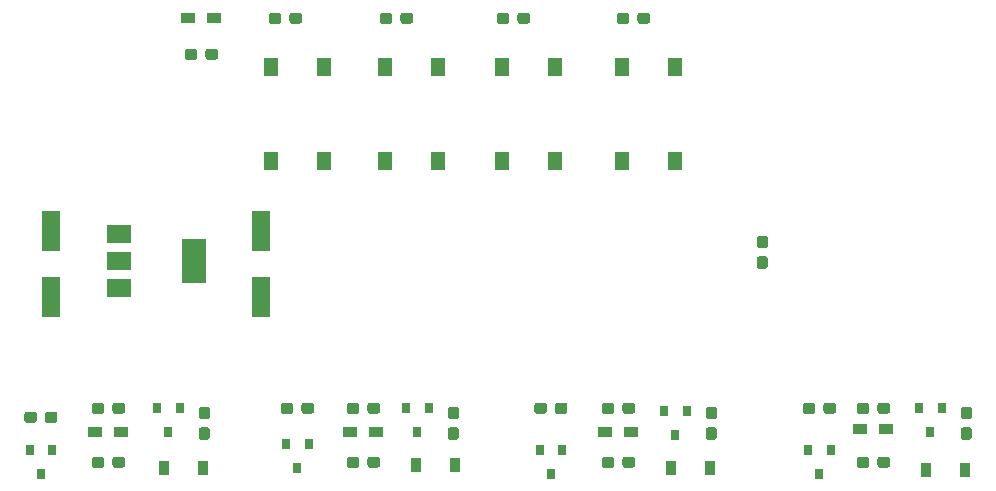
<source format=gbr>
G04 #@! TF.GenerationSoftware,KiCad,Pcbnew,(5.0.0)*
G04 #@! TF.CreationDate,2018-08-06T10:04:36+01:00*
G04 #@! TF.ProjectId,Sonoff_4ch_switch,536F6E6F66665F3463685F7377697463,rev?*
G04 #@! TF.SameCoordinates,Original*
G04 #@! TF.FileFunction,Paste,Top*
G04 #@! TF.FilePolarity,Positive*
%FSLAX46Y46*%
G04 Gerber Fmt 4.6, Leading zero omitted, Abs format (unit mm)*
G04 Created by KiCad (PCBNEW (5.0.0)) date 08/06/18 10:04:36*
%MOMM*%
%LPD*%
G01*
G04 APERTURE LIST*
%ADD10C,0.100000*%
%ADD11C,0.950000*%
%ADD12R,1.300000X1.550000*%
%ADD13R,0.900000X1.200000*%
%ADD14R,1.200000X0.900000*%
%ADD15R,0.800000X0.900000*%
%ADD16R,1.600000X3.500000*%
%ADD17R,2.000000X3.800000*%
%ADD18R,2.000000X1.500000*%
G04 APERTURE END LIST*
D10*
G04 #@! TO.C,R21*
G36*
X126435779Y-41944144D02*
X126458834Y-41947563D01*
X126481443Y-41953227D01*
X126503387Y-41961079D01*
X126524457Y-41971044D01*
X126544448Y-41983026D01*
X126563168Y-41996910D01*
X126580438Y-42012562D01*
X126596090Y-42029832D01*
X126609974Y-42048552D01*
X126621956Y-42068543D01*
X126631921Y-42089613D01*
X126639773Y-42111557D01*
X126645437Y-42134166D01*
X126648856Y-42157221D01*
X126650000Y-42180500D01*
X126650000Y-42655500D01*
X126648856Y-42678779D01*
X126645437Y-42701834D01*
X126639773Y-42724443D01*
X126631921Y-42746387D01*
X126621956Y-42767457D01*
X126609974Y-42787448D01*
X126596090Y-42806168D01*
X126580438Y-42823438D01*
X126563168Y-42839090D01*
X126544448Y-42852974D01*
X126524457Y-42864956D01*
X126503387Y-42874921D01*
X126481443Y-42882773D01*
X126458834Y-42888437D01*
X126435779Y-42891856D01*
X126412500Y-42893000D01*
X125837500Y-42893000D01*
X125814221Y-42891856D01*
X125791166Y-42888437D01*
X125768557Y-42882773D01*
X125746613Y-42874921D01*
X125725543Y-42864956D01*
X125705552Y-42852974D01*
X125686832Y-42839090D01*
X125669562Y-42823438D01*
X125653910Y-42806168D01*
X125640026Y-42787448D01*
X125628044Y-42767457D01*
X125618079Y-42746387D01*
X125610227Y-42724443D01*
X125604563Y-42701834D01*
X125601144Y-42678779D01*
X125600000Y-42655500D01*
X125600000Y-42180500D01*
X125601144Y-42157221D01*
X125604563Y-42134166D01*
X125610227Y-42111557D01*
X125618079Y-42089613D01*
X125628044Y-42068543D01*
X125640026Y-42048552D01*
X125653910Y-42029832D01*
X125669562Y-42012562D01*
X125686832Y-41996910D01*
X125705552Y-41983026D01*
X125725543Y-41971044D01*
X125746613Y-41961079D01*
X125768557Y-41953227D01*
X125791166Y-41947563D01*
X125814221Y-41944144D01*
X125837500Y-41943000D01*
X126412500Y-41943000D01*
X126435779Y-41944144D01*
X126435779Y-41944144D01*
G37*
D11*
X126125000Y-42418000D03*
D10*
G36*
X128185779Y-41944144D02*
X128208834Y-41947563D01*
X128231443Y-41953227D01*
X128253387Y-41961079D01*
X128274457Y-41971044D01*
X128294448Y-41983026D01*
X128313168Y-41996910D01*
X128330438Y-42012562D01*
X128346090Y-42029832D01*
X128359974Y-42048552D01*
X128371956Y-42068543D01*
X128381921Y-42089613D01*
X128389773Y-42111557D01*
X128395437Y-42134166D01*
X128398856Y-42157221D01*
X128400000Y-42180500D01*
X128400000Y-42655500D01*
X128398856Y-42678779D01*
X128395437Y-42701834D01*
X128389773Y-42724443D01*
X128381921Y-42746387D01*
X128371956Y-42767457D01*
X128359974Y-42787448D01*
X128346090Y-42806168D01*
X128330438Y-42823438D01*
X128313168Y-42839090D01*
X128294448Y-42852974D01*
X128274457Y-42864956D01*
X128253387Y-42874921D01*
X128231443Y-42882773D01*
X128208834Y-42888437D01*
X128185779Y-42891856D01*
X128162500Y-42893000D01*
X127587500Y-42893000D01*
X127564221Y-42891856D01*
X127541166Y-42888437D01*
X127518557Y-42882773D01*
X127496613Y-42874921D01*
X127475543Y-42864956D01*
X127455552Y-42852974D01*
X127436832Y-42839090D01*
X127419562Y-42823438D01*
X127403910Y-42806168D01*
X127390026Y-42787448D01*
X127378044Y-42767457D01*
X127368079Y-42746387D01*
X127360227Y-42724443D01*
X127354563Y-42701834D01*
X127351144Y-42678779D01*
X127350000Y-42655500D01*
X127350000Y-42180500D01*
X127351144Y-42157221D01*
X127354563Y-42134166D01*
X127360227Y-42111557D01*
X127368079Y-42089613D01*
X127378044Y-42068543D01*
X127390026Y-42048552D01*
X127403910Y-42029832D01*
X127419562Y-42012562D01*
X127436832Y-41996910D01*
X127455552Y-41983026D01*
X127475543Y-41971044D01*
X127496613Y-41961079D01*
X127518557Y-41953227D01*
X127541166Y-41947563D01*
X127564221Y-41944144D01*
X127587500Y-41943000D01*
X128162500Y-41943000D01*
X128185779Y-41944144D01*
X128185779Y-41944144D01*
G37*
D11*
X127875000Y-42418000D03*
G04 #@! TD*
D10*
G04 #@! TO.C,R20*
G36*
X108881779Y-41944144D02*
X108904834Y-41947563D01*
X108927443Y-41953227D01*
X108949387Y-41961079D01*
X108970457Y-41971044D01*
X108990448Y-41983026D01*
X109009168Y-41996910D01*
X109026438Y-42012562D01*
X109042090Y-42029832D01*
X109055974Y-42048552D01*
X109067956Y-42068543D01*
X109077921Y-42089613D01*
X109085773Y-42111557D01*
X109091437Y-42134166D01*
X109094856Y-42157221D01*
X109096000Y-42180500D01*
X109096000Y-42655500D01*
X109094856Y-42678779D01*
X109091437Y-42701834D01*
X109085773Y-42724443D01*
X109077921Y-42746387D01*
X109067956Y-42767457D01*
X109055974Y-42787448D01*
X109042090Y-42806168D01*
X109026438Y-42823438D01*
X109009168Y-42839090D01*
X108990448Y-42852974D01*
X108970457Y-42864956D01*
X108949387Y-42874921D01*
X108927443Y-42882773D01*
X108904834Y-42888437D01*
X108881779Y-42891856D01*
X108858500Y-42893000D01*
X108283500Y-42893000D01*
X108260221Y-42891856D01*
X108237166Y-42888437D01*
X108214557Y-42882773D01*
X108192613Y-42874921D01*
X108171543Y-42864956D01*
X108151552Y-42852974D01*
X108132832Y-42839090D01*
X108115562Y-42823438D01*
X108099910Y-42806168D01*
X108086026Y-42787448D01*
X108074044Y-42767457D01*
X108064079Y-42746387D01*
X108056227Y-42724443D01*
X108050563Y-42701834D01*
X108047144Y-42678779D01*
X108046000Y-42655500D01*
X108046000Y-42180500D01*
X108047144Y-42157221D01*
X108050563Y-42134166D01*
X108056227Y-42111557D01*
X108064079Y-42089613D01*
X108074044Y-42068543D01*
X108086026Y-42048552D01*
X108099910Y-42029832D01*
X108115562Y-42012562D01*
X108132832Y-41996910D01*
X108151552Y-41983026D01*
X108171543Y-41971044D01*
X108192613Y-41961079D01*
X108214557Y-41953227D01*
X108237166Y-41947563D01*
X108260221Y-41944144D01*
X108283500Y-41943000D01*
X108858500Y-41943000D01*
X108881779Y-41944144D01*
X108881779Y-41944144D01*
G37*
D11*
X108571000Y-42418000D03*
D10*
G36*
X107131779Y-41944144D02*
X107154834Y-41947563D01*
X107177443Y-41953227D01*
X107199387Y-41961079D01*
X107220457Y-41971044D01*
X107240448Y-41983026D01*
X107259168Y-41996910D01*
X107276438Y-42012562D01*
X107292090Y-42029832D01*
X107305974Y-42048552D01*
X107317956Y-42068543D01*
X107327921Y-42089613D01*
X107335773Y-42111557D01*
X107341437Y-42134166D01*
X107344856Y-42157221D01*
X107346000Y-42180500D01*
X107346000Y-42655500D01*
X107344856Y-42678779D01*
X107341437Y-42701834D01*
X107335773Y-42724443D01*
X107327921Y-42746387D01*
X107317956Y-42767457D01*
X107305974Y-42787448D01*
X107292090Y-42806168D01*
X107276438Y-42823438D01*
X107259168Y-42839090D01*
X107240448Y-42852974D01*
X107220457Y-42864956D01*
X107199387Y-42874921D01*
X107177443Y-42882773D01*
X107154834Y-42888437D01*
X107131779Y-42891856D01*
X107108500Y-42893000D01*
X106533500Y-42893000D01*
X106510221Y-42891856D01*
X106487166Y-42888437D01*
X106464557Y-42882773D01*
X106442613Y-42874921D01*
X106421543Y-42864956D01*
X106401552Y-42852974D01*
X106382832Y-42839090D01*
X106365562Y-42823438D01*
X106349910Y-42806168D01*
X106336026Y-42787448D01*
X106324044Y-42767457D01*
X106314079Y-42746387D01*
X106306227Y-42724443D01*
X106300563Y-42701834D01*
X106297144Y-42678779D01*
X106296000Y-42655500D01*
X106296000Y-42180500D01*
X106297144Y-42157221D01*
X106300563Y-42134166D01*
X106306227Y-42111557D01*
X106314079Y-42089613D01*
X106324044Y-42068543D01*
X106336026Y-42048552D01*
X106349910Y-42029832D01*
X106365562Y-42012562D01*
X106382832Y-41996910D01*
X106401552Y-41983026D01*
X106421543Y-41971044D01*
X106442613Y-41961079D01*
X106464557Y-41953227D01*
X106487166Y-41947563D01*
X106510221Y-41944144D01*
X106533500Y-41943000D01*
X107108500Y-41943000D01*
X107131779Y-41944144D01*
X107131779Y-41944144D01*
G37*
D11*
X106821000Y-42418000D03*
G04 #@! TD*
D10*
G04 #@! TO.C,R19*
G36*
X136595779Y-41944144D02*
X136618834Y-41947563D01*
X136641443Y-41953227D01*
X136663387Y-41961079D01*
X136684457Y-41971044D01*
X136704448Y-41983026D01*
X136723168Y-41996910D01*
X136740438Y-42012562D01*
X136756090Y-42029832D01*
X136769974Y-42048552D01*
X136781956Y-42068543D01*
X136791921Y-42089613D01*
X136799773Y-42111557D01*
X136805437Y-42134166D01*
X136808856Y-42157221D01*
X136810000Y-42180500D01*
X136810000Y-42655500D01*
X136808856Y-42678779D01*
X136805437Y-42701834D01*
X136799773Y-42724443D01*
X136791921Y-42746387D01*
X136781956Y-42767457D01*
X136769974Y-42787448D01*
X136756090Y-42806168D01*
X136740438Y-42823438D01*
X136723168Y-42839090D01*
X136704448Y-42852974D01*
X136684457Y-42864956D01*
X136663387Y-42874921D01*
X136641443Y-42882773D01*
X136618834Y-42888437D01*
X136595779Y-42891856D01*
X136572500Y-42893000D01*
X135997500Y-42893000D01*
X135974221Y-42891856D01*
X135951166Y-42888437D01*
X135928557Y-42882773D01*
X135906613Y-42874921D01*
X135885543Y-42864956D01*
X135865552Y-42852974D01*
X135846832Y-42839090D01*
X135829562Y-42823438D01*
X135813910Y-42806168D01*
X135800026Y-42787448D01*
X135788044Y-42767457D01*
X135778079Y-42746387D01*
X135770227Y-42724443D01*
X135764563Y-42701834D01*
X135761144Y-42678779D01*
X135760000Y-42655500D01*
X135760000Y-42180500D01*
X135761144Y-42157221D01*
X135764563Y-42134166D01*
X135770227Y-42111557D01*
X135778079Y-42089613D01*
X135788044Y-42068543D01*
X135800026Y-42048552D01*
X135813910Y-42029832D01*
X135829562Y-42012562D01*
X135846832Y-41996910D01*
X135865552Y-41983026D01*
X135885543Y-41971044D01*
X135906613Y-41961079D01*
X135928557Y-41953227D01*
X135951166Y-41947563D01*
X135974221Y-41944144D01*
X135997500Y-41943000D01*
X136572500Y-41943000D01*
X136595779Y-41944144D01*
X136595779Y-41944144D01*
G37*
D11*
X136285000Y-42418000D03*
D10*
G36*
X138345779Y-41944144D02*
X138368834Y-41947563D01*
X138391443Y-41953227D01*
X138413387Y-41961079D01*
X138434457Y-41971044D01*
X138454448Y-41983026D01*
X138473168Y-41996910D01*
X138490438Y-42012562D01*
X138506090Y-42029832D01*
X138519974Y-42048552D01*
X138531956Y-42068543D01*
X138541921Y-42089613D01*
X138549773Y-42111557D01*
X138555437Y-42134166D01*
X138558856Y-42157221D01*
X138560000Y-42180500D01*
X138560000Y-42655500D01*
X138558856Y-42678779D01*
X138555437Y-42701834D01*
X138549773Y-42724443D01*
X138541921Y-42746387D01*
X138531956Y-42767457D01*
X138519974Y-42787448D01*
X138506090Y-42806168D01*
X138490438Y-42823438D01*
X138473168Y-42839090D01*
X138454448Y-42852974D01*
X138434457Y-42864956D01*
X138413387Y-42874921D01*
X138391443Y-42882773D01*
X138368834Y-42888437D01*
X138345779Y-42891856D01*
X138322500Y-42893000D01*
X137747500Y-42893000D01*
X137724221Y-42891856D01*
X137701166Y-42888437D01*
X137678557Y-42882773D01*
X137656613Y-42874921D01*
X137635543Y-42864956D01*
X137615552Y-42852974D01*
X137596832Y-42839090D01*
X137579562Y-42823438D01*
X137563910Y-42806168D01*
X137550026Y-42787448D01*
X137538044Y-42767457D01*
X137528079Y-42746387D01*
X137520227Y-42724443D01*
X137514563Y-42701834D01*
X137511144Y-42678779D01*
X137510000Y-42655500D01*
X137510000Y-42180500D01*
X137511144Y-42157221D01*
X137514563Y-42134166D01*
X137520227Y-42111557D01*
X137528079Y-42089613D01*
X137538044Y-42068543D01*
X137550026Y-42048552D01*
X137563910Y-42029832D01*
X137579562Y-42012562D01*
X137596832Y-41996910D01*
X137615552Y-41983026D01*
X137635543Y-41971044D01*
X137656613Y-41961079D01*
X137678557Y-41953227D01*
X137701166Y-41947563D01*
X137724221Y-41944144D01*
X137747500Y-41943000D01*
X138322500Y-41943000D01*
X138345779Y-41944144D01*
X138345779Y-41944144D01*
G37*
D11*
X138035000Y-42418000D03*
G04 #@! TD*
D10*
G04 #@! TO.C,R18*
G36*
X118279779Y-41944144D02*
X118302834Y-41947563D01*
X118325443Y-41953227D01*
X118347387Y-41961079D01*
X118368457Y-41971044D01*
X118388448Y-41983026D01*
X118407168Y-41996910D01*
X118424438Y-42012562D01*
X118440090Y-42029832D01*
X118453974Y-42048552D01*
X118465956Y-42068543D01*
X118475921Y-42089613D01*
X118483773Y-42111557D01*
X118489437Y-42134166D01*
X118492856Y-42157221D01*
X118494000Y-42180500D01*
X118494000Y-42655500D01*
X118492856Y-42678779D01*
X118489437Y-42701834D01*
X118483773Y-42724443D01*
X118475921Y-42746387D01*
X118465956Y-42767457D01*
X118453974Y-42787448D01*
X118440090Y-42806168D01*
X118424438Y-42823438D01*
X118407168Y-42839090D01*
X118388448Y-42852974D01*
X118368457Y-42864956D01*
X118347387Y-42874921D01*
X118325443Y-42882773D01*
X118302834Y-42888437D01*
X118279779Y-42891856D01*
X118256500Y-42893000D01*
X117681500Y-42893000D01*
X117658221Y-42891856D01*
X117635166Y-42888437D01*
X117612557Y-42882773D01*
X117590613Y-42874921D01*
X117569543Y-42864956D01*
X117549552Y-42852974D01*
X117530832Y-42839090D01*
X117513562Y-42823438D01*
X117497910Y-42806168D01*
X117484026Y-42787448D01*
X117472044Y-42767457D01*
X117462079Y-42746387D01*
X117454227Y-42724443D01*
X117448563Y-42701834D01*
X117445144Y-42678779D01*
X117444000Y-42655500D01*
X117444000Y-42180500D01*
X117445144Y-42157221D01*
X117448563Y-42134166D01*
X117454227Y-42111557D01*
X117462079Y-42089613D01*
X117472044Y-42068543D01*
X117484026Y-42048552D01*
X117497910Y-42029832D01*
X117513562Y-42012562D01*
X117530832Y-41996910D01*
X117549552Y-41983026D01*
X117569543Y-41971044D01*
X117590613Y-41961079D01*
X117612557Y-41953227D01*
X117635166Y-41947563D01*
X117658221Y-41944144D01*
X117681500Y-41943000D01*
X118256500Y-41943000D01*
X118279779Y-41944144D01*
X118279779Y-41944144D01*
G37*
D11*
X117969000Y-42418000D03*
D10*
G36*
X116529779Y-41944144D02*
X116552834Y-41947563D01*
X116575443Y-41953227D01*
X116597387Y-41961079D01*
X116618457Y-41971044D01*
X116638448Y-41983026D01*
X116657168Y-41996910D01*
X116674438Y-42012562D01*
X116690090Y-42029832D01*
X116703974Y-42048552D01*
X116715956Y-42068543D01*
X116725921Y-42089613D01*
X116733773Y-42111557D01*
X116739437Y-42134166D01*
X116742856Y-42157221D01*
X116744000Y-42180500D01*
X116744000Y-42655500D01*
X116742856Y-42678779D01*
X116739437Y-42701834D01*
X116733773Y-42724443D01*
X116725921Y-42746387D01*
X116715956Y-42767457D01*
X116703974Y-42787448D01*
X116690090Y-42806168D01*
X116674438Y-42823438D01*
X116657168Y-42839090D01*
X116638448Y-42852974D01*
X116618457Y-42864956D01*
X116597387Y-42874921D01*
X116575443Y-42882773D01*
X116552834Y-42888437D01*
X116529779Y-42891856D01*
X116506500Y-42893000D01*
X115931500Y-42893000D01*
X115908221Y-42891856D01*
X115885166Y-42888437D01*
X115862557Y-42882773D01*
X115840613Y-42874921D01*
X115819543Y-42864956D01*
X115799552Y-42852974D01*
X115780832Y-42839090D01*
X115763562Y-42823438D01*
X115747910Y-42806168D01*
X115734026Y-42787448D01*
X115722044Y-42767457D01*
X115712079Y-42746387D01*
X115704227Y-42724443D01*
X115698563Y-42701834D01*
X115695144Y-42678779D01*
X115694000Y-42655500D01*
X115694000Y-42180500D01*
X115695144Y-42157221D01*
X115698563Y-42134166D01*
X115704227Y-42111557D01*
X115712079Y-42089613D01*
X115722044Y-42068543D01*
X115734026Y-42048552D01*
X115747910Y-42029832D01*
X115763562Y-42012562D01*
X115780832Y-41996910D01*
X115799552Y-41983026D01*
X115819543Y-41971044D01*
X115840613Y-41961079D01*
X115862557Y-41953227D01*
X115885166Y-41947563D01*
X115908221Y-41944144D01*
X115931500Y-41943000D01*
X116506500Y-41943000D01*
X116529779Y-41944144D01*
X116529779Y-41944144D01*
G37*
D11*
X116219000Y-42418000D03*
G04 #@! TD*
D10*
G04 #@! TO.C,R17*
G36*
X101769779Y-44992144D02*
X101792834Y-44995563D01*
X101815443Y-45001227D01*
X101837387Y-45009079D01*
X101858457Y-45019044D01*
X101878448Y-45031026D01*
X101897168Y-45044910D01*
X101914438Y-45060562D01*
X101930090Y-45077832D01*
X101943974Y-45096552D01*
X101955956Y-45116543D01*
X101965921Y-45137613D01*
X101973773Y-45159557D01*
X101979437Y-45182166D01*
X101982856Y-45205221D01*
X101984000Y-45228500D01*
X101984000Y-45703500D01*
X101982856Y-45726779D01*
X101979437Y-45749834D01*
X101973773Y-45772443D01*
X101965921Y-45794387D01*
X101955956Y-45815457D01*
X101943974Y-45835448D01*
X101930090Y-45854168D01*
X101914438Y-45871438D01*
X101897168Y-45887090D01*
X101878448Y-45900974D01*
X101858457Y-45912956D01*
X101837387Y-45922921D01*
X101815443Y-45930773D01*
X101792834Y-45936437D01*
X101769779Y-45939856D01*
X101746500Y-45941000D01*
X101171500Y-45941000D01*
X101148221Y-45939856D01*
X101125166Y-45936437D01*
X101102557Y-45930773D01*
X101080613Y-45922921D01*
X101059543Y-45912956D01*
X101039552Y-45900974D01*
X101020832Y-45887090D01*
X101003562Y-45871438D01*
X100987910Y-45854168D01*
X100974026Y-45835448D01*
X100962044Y-45815457D01*
X100952079Y-45794387D01*
X100944227Y-45772443D01*
X100938563Y-45749834D01*
X100935144Y-45726779D01*
X100934000Y-45703500D01*
X100934000Y-45228500D01*
X100935144Y-45205221D01*
X100938563Y-45182166D01*
X100944227Y-45159557D01*
X100952079Y-45137613D01*
X100962044Y-45116543D01*
X100974026Y-45096552D01*
X100987910Y-45077832D01*
X101003562Y-45060562D01*
X101020832Y-45044910D01*
X101039552Y-45031026D01*
X101059543Y-45019044D01*
X101080613Y-45009079D01*
X101102557Y-45001227D01*
X101125166Y-44995563D01*
X101148221Y-44992144D01*
X101171500Y-44991000D01*
X101746500Y-44991000D01*
X101769779Y-44992144D01*
X101769779Y-44992144D01*
G37*
D11*
X101459000Y-45466000D03*
D10*
G36*
X100019779Y-44992144D02*
X100042834Y-44995563D01*
X100065443Y-45001227D01*
X100087387Y-45009079D01*
X100108457Y-45019044D01*
X100128448Y-45031026D01*
X100147168Y-45044910D01*
X100164438Y-45060562D01*
X100180090Y-45077832D01*
X100193974Y-45096552D01*
X100205956Y-45116543D01*
X100215921Y-45137613D01*
X100223773Y-45159557D01*
X100229437Y-45182166D01*
X100232856Y-45205221D01*
X100234000Y-45228500D01*
X100234000Y-45703500D01*
X100232856Y-45726779D01*
X100229437Y-45749834D01*
X100223773Y-45772443D01*
X100215921Y-45794387D01*
X100205956Y-45815457D01*
X100193974Y-45835448D01*
X100180090Y-45854168D01*
X100164438Y-45871438D01*
X100147168Y-45887090D01*
X100128448Y-45900974D01*
X100108457Y-45912956D01*
X100087387Y-45922921D01*
X100065443Y-45930773D01*
X100042834Y-45936437D01*
X100019779Y-45939856D01*
X99996500Y-45941000D01*
X99421500Y-45941000D01*
X99398221Y-45939856D01*
X99375166Y-45936437D01*
X99352557Y-45930773D01*
X99330613Y-45922921D01*
X99309543Y-45912956D01*
X99289552Y-45900974D01*
X99270832Y-45887090D01*
X99253562Y-45871438D01*
X99237910Y-45854168D01*
X99224026Y-45835448D01*
X99212044Y-45815457D01*
X99202079Y-45794387D01*
X99194227Y-45772443D01*
X99188563Y-45749834D01*
X99185144Y-45726779D01*
X99184000Y-45703500D01*
X99184000Y-45228500D01*
X99185144Y-45205221D01*
X99188563Y-45182166D01*
X99194227Y-45159557D01*
X99202079Y-45137613D01*
X99212044Y-45116543D01*
X99224026Y-45096552D01*
X99237910Y-45077832D01*
X99253562Y-45060562D01*
X99270832Y-45044910D01*
X99289552Y-45031026D01*
X99309543Y-45019044D01*
X99330613Y-45009079D01*
X99352557Y-45001227D01*
X99375166Y-44995563D01*
X99398221Y-44992144D01*
X99421500Y-44991000D01*
X99996500Y-44991000D01*
X100019779Y-44992144D01*
X100019779Y-44992144D01*
G37*
D11*
X99709000Y-45466000D03*
G04 #@! TD*
D10*
G04 #@! TO.C,R15*
G36*
X101098779Y-75309144D02*
X101121834Y-75312563D01*
X101144443Y-75318227D01*
X101166387Y-75326079D01*
X101187457Y-75336044D01*
X101207448Y-75348026D01*
X101226168Y-75361910D01*
X101243438Y-75377562D01*
X101259090Y-75394832D01*
X101272974Y-75413552D01*
X101284956Y-75433543D01*
X101294921Y-75454613D01*
X101302773Y-75476557D01*
X101308437Y-75499166D01*
X101311856Y-75522221D01*
X101313000Y-75545500D01*
X101313000Y-76120500D01*
X101311856Y-76143779D01*
X101308437Y-76166834D01*
X101302773Y-76189443D01*
X101294921Y-76211387D01*
X101284956Y-76232457D01*
X101272974Y-76252448D01*
X101259090Y-76271168D01*
X101243438Y-76288438D01*
X101226168Y-76304090D01*
X101207448Y-76317974D01*
X101187457Y-76329956D01*
X101166387Y-76339921D01*
X101144443Y-76347773D01*
X101121834Y-76353437D01*
X101098779Y-76356856D01*
X101075500Y-76358000D01*
X100600500Y-76358000D01*
X100577221Y-76356856D01*
X100554166Y-76353437D01*
X100531557Y-76347773D01*
X100509613Y-76339921D01*
X100488543Y-76329956D01*
X100468552Y-76317974D01*
X100449832Y-76304090D01*
X100432562Y-76288438D01*
X100416910Y-76271168D01*
X100403026Y-76252448D01*
X100391044Y-76232457D01*
X100381079Y-76211387D01*
X100373227Y-76189443D01*
X100367563Y-76166834D01*
X100364144Y-76143779D01*
X100363000Y-76120500D01*
X100363000Y-75545500D01*
X100364144Y-75522221D01*
X100367563Y-75499166D01*
X100373227Y-75476557D01*
X100381079Y-75454613D01*
X100391044Y-75433543D01*
X100403026Y-75413552D01*
X100416910Y-75394832D01*
X100432562Y-75377562D01*
X100449832Y-75361910D01*
X100468552Y-75348026D01*
X100488543Y-75336044D01*
X100509613Y-75326079D01*
X100531557Y-75318227D01*
X100554166Y-75312563D01*
X100577221Y-75309144D01*
X100600500Y-75308000D01*
X101075500Y-75308000D01*
X101098779Y-75309144D01*
X101098779Y-75309144D01*
G37*
D11*
X100838000Y-75833000D03*
D10*
G36*
X101098779Y-77059144D02*
X101121834Y-77062563D01*
X101144443Y-77068227D01*
X101166387Y-77076079D01*
X101187457Y-77086044D01*
X101207448Y-77098026D01*
X101226168Y-77111910D01*
X101243438Y-77127562D01*
X101259090Y-77144832D01*
X101272974Y-77163552D01*
X101284956Y-77183543D01*
X101294921Y-77204613D01*
X101302773Y-77226557D01*
X101308437Y-77249166D01*
X101311856Y-77272221D01*
X101313000Y-77295500D01*
X101313000Y-77870500D01*
X101311856Y-77893779D01*
X101308437Y-77916834D01*
X101302773Y-77939443D01*
X101294921Y-77961387D01*
X101284956Y-77982457D01*
X101272974Y-78002448D01*
X101259090Y-78021168D01*
X101243438Y-78038438D01*
X101226168Y-78054090D01*
X101207448Y-78067974D01*
X101187457Y-78079956D01*
X101166387Y-78089921D01*
X101144443Y-78097773D01*
X101121834Y-78103437D01*
X101098779Y-78106856D01*
X101075500Y-78108000D01*
X100600500Y-78108000D01*
X100577221Y-78106856D01*
X100554166Y-78103437D01*
X100531557Y-78097773D01*
X100509613Y-78089921D01*
X100488543Y-78079956D01*
X100468552Y-78067974D01*
X100449832Y-78054090D01*
X100432562Y-78038438D01*
X100416910Y-78021168D01*
X100403026Y-78002448D01*
X100391044Y-77982457D01*
X100381079Y-77961387D01*
X100373227Y-77939443D01*
X100367563Y-77916834D01*
X100364144Y-77893779D01*
X100363000Y-77870500D01*
X100363000Y-77295500D01*
X100364144Y-77272221D01*
X100367563Y-77249166D01*
X100373227Y-77226557D01*
X100381079Y-77204613D01*
X100391044Y-77183543D01*
X100403026Y-77163552D01*
X100416910Y-77144832D01*
X100432562Y-77127562D01*
X100449832Y-77111910D01*
X100468552Y-77098026D01*
X100488543Y-77086044D01*
X100509613Y-77076079D01*
X100531557Y-77068227D01*
X100554166Y-77062563D01*
X100577221Y-77059144D01*
X100600500Y-77058000D01*
X101075500Y-77058000D01*
X101098779Y-77059144D01*
X101098779Y-77059144D01*
G37*
D11*
X100838000Y-77583000D03*
G04 #@! TD*
D10*
G04 #@! TO.C,R14*
G36*
X113735779Y-74964144D02*
X113758834Y-74967563D01*
X113781443Y-74973227D01*
X113803387Y-74981079D01*
X113824457Y-74991044D01*
X113844448Y-75003026D01*
X113863168Y-75016910D01*
X113880438Y-75032562D01*
X113896090Y-75049832D01*
X113909974Y-75068552D01*
X113921956Y-75088543D01*
X113931921Y-75109613D01*
X113939773Y-75131557D01*
X113945437Y-75154166D01*
X113948856Y-75177221D01*
X113950000Y-75200500D01*
X113950000Y-75675500D01*
X113948856Y-75698779D01*
X113945437Y-75721834D01*
X113939773Y-75744443D01*
X113931921Y-75766387D01*
X113921956Y-75787457D01*
X113909974Y-75807448D01*
X113896090Y-75826168D01*
X113880438Y-75843438D01*
X113863168Y-75859090D01*
X113844448Y-75872974D01*
X113824457Y-75884956D01*
X113803387Y-75894921D01*
X113781443Y-75902773D01*
X113758834Y-75908437D01*
X113735779Y-75911856D01*
X113712500Y-75913000D01*
X113137500Y-75913000D01*
X113114221Y-75911856D01*
X113091166Y-75908437D01*
X113068557Y-75902773D01*
X113046613Y-75894921D01*
X113025543Y-75884956D01*
X113005552Y-75872974D01*
X112986832Y-75859090D01*
X112969562Y-75843438D01*
X112953910Y-75826168D01*
X112940026Y-75807448D01*
X112928044Y-75787457D01*
X112918079Y-75766387D01*
X112910227Y-75744443D01*
X112904563Y-75721834D01*
X112901144Y-75698779D01*
X112900000Y-75675500D01*
X112900000Y-75200500D01*
X112901144Y-75177221D01*
X112904563Y-75154166D01*
X112910227Y-75131557D01*
X112918079Y-75109613D01*
X112928044Y-75088543D01*
X112940026Y-75068552D01*
X112953910Y-75049832D01*
X112969562Y-75032562D01*
X112986832Y-75016910D01*
X113005552Y-75003026D01*
X113025543Y-74991044D01*
X113046613Y-74981079D01*
X113068557Y-74973227D01*
X113091166Y-74967563D01*
X113114221Y-74964144D01*
X113137500Y-74963000D01*
X113712500Y-74963000D01*
X113735779Y-74964144D01*
X113735779Y-74964144D01*
G37*
D11*
X113425000Y-75438000D03*
D10*
G36*
X115485779Y-74964144D02*
X115508834Y-74967563D01*
X115531443Y-74973227D01*
X115553387Y-74981079D01*
X115574457Y-74991044D01*
X115594448Y-75003026D01*
X115613168Y-75016910D01*
X115630438Y-75032562D01*
X115646090Y-75049832D01*
X115659974Y-75068552D01*
X115671956Y-75088543D01*
X115681921Y-75109613D01*
X115689773Y-75131557D01*
X115695437Y-75154166D01*
X115698856Y-75177221D01*
X115700000Y-75200500D01*
X115700000Y-75675500D01*
X115698856Y-75698779D01*
X115695437Y-75721834D01*
X115689773Y-75744443D01*
X115681921Y-75766387D01*
X115671956Y-75787457D01*
X115659974Y-75807448D01*
X115646090Y-75826168D01*
X115630438Y-75843438D01*
X115613168Y-75859090D01*
X115594448Y-75872974D01*
X115574457Y-75884956D01*
X115553387Y-75894921D01*
X115531443Y-75902773D01*
X115508834Y-75908437D01*
X115485779Y-75911856D01*
X115462500Y-75913000D01*
X114887500Y-75913000D01*
X114864221Y-75911856D01*
X114841166Y-75908437D01*
X114818557Y-75902773D01*
X114796613Y-75894921D01*
X114775543Y-75884956D01*
X114755552Y-75872974D01*
X114736832Y-75859090D01*
X114719562Y-75843438D01*
X114703910Y-75826168D01*
X114690026Y-75807448D01*
X114678044Y-75787457D01*
X114668079Y-75766387D01*
X114660227Y-75744443D01*
X114654563Y-75721834D01*
X114651144Y-75698779D01*
X114650000Y-75675500D01*
X114650000Y-75200500D01*
X114651144Y-75177221D01*
X114654563Y-75154166D01*
X114660227Y-75131557D01*
X114668079Y-75109613D01*
X114678044Y-75088543D01*
X114690026Y-75068552D01*
X114703910Y-75049832D01*
X114719562Y-75032562D01*
X114736832Y-75016910D01*
X114755552Y-75003026D01*
X114775543Y-74991044D01*
X114796613Y-74981079D01*
X114818557Y-74973227D01*
X114841166Y-74967563D01*
X114864221Y-74964144D01*
X114887500Y-74963000D01*
X115462500Y-74963000D01*
X115485779Y-74964144D01*
X115485779Y-74964144D01*
G37*
D11*
X115175000Y-75438000D03*
G04 #@! TD*
D10*
G04 #@! TO.C,R7*
G36*
X92145779Y-79536144D02*
X92168834Y-79539563D01*
X92191443Y-79545227D01*
X92213387Y-79553079D01*
X92234457Y-79563044D01*
X92254448Y-79575026D01*
X92273168Y-79588910D01*
X92290438Y-79604562D01*
X92306090Y-79621832D01*
X92319974Y-79640552D01*
X92331956Y-79660543D01*
X92341921Y-79681613D01*
X92349773Y-79703557D01*
X92355437Y-79726166D01*
X92358856Y-79749221D01*
X92360000Y-79772500D01*
X92360000Y-80247500D01*
X92358856Y-80270779D01*
X92355437Y-80293834D01*
X92349773Y-80316443D01*
X92341921Y-80338387D01*
X92331956Y-80359457D01*
X92319974Y-80379448D01*
X92306090Y-80398168D01*
X92290438Y-80415438D01*
X92273168Y-80431090D01*
X92254448Y-80444974D01*
X92234457Y-80456956D01*
X92213387Y-80466921D01*
X92191443Y-80474773D01*
X92168834Y-80480437D01*
X92145779Y-80483856D01*
X92122500Y-80485000D01*
X91547500Y-80485000D01*
X91524221Y-80483856D01*
X91501166Y-80480437D01*
X91478557Y-80474773D01*
X91456613Y-80466921D01*
X91435543Y-80456956D01*
X91415552Y-80444974D01*
X91396832Y-80431090D01*
X91379562Y-80415438D01*
X91363910Y-80398168D01*
X91350026Y-80379448D01*
X91338044Y-80359457D01*
X91328079Y-80338387D01*
X91320227Y-80316443D01*
X91314563Y-80293834D01*
X91311144Y-80270779D01*
X91310000Y-80247500D01*
X91310000Y-79772500D01*
X91311144Y-79749221D01*
X91314563Y-79726166D01*
X91320227Y-79703557D01*
X91328079Y-79681613D01*
X91338044Y-79660543D01*
X91350026Y-79640552D01*
X91363910Y-79621832D01*
X91379562Y-79604562D01*
X91396832Y-79588910D01*
X91415552Y-79575026D01*
X91435543Y-79563044D01*
X91456613Y-79553079D01*
X91478557Y-79545227D01*
X91501166Y-79539563D01*
X91524221Y-79536144D01*
X91547500Y-79535000D01*
X92122500Y-79535000D01*
X92145779Y-79536144D01*
X92145779Y-79536144D01*
G37*
D11*
X91835000Y-80010000D03*
D10*
G36*
X93895779Y-79536144D02*
X93918834Y-79539563D01*
X93941443Y-79545227D01*
X93963387Y-79553079D01*
X93984457Y-79563044D01*
X94004448Y-79575026D01*
X94023168Y-79588910D01*
X94040438Y-79604562D01*
X94056090Y-79621832D01*
X94069974Y-79640552D01*
X94081956Y-79660543D01*
X94091921Y-79681613D01*
X94099773Y-79703557D01*
X94105437Y-79726166D01*
X94108856Y-79749221D01*
X94110000Y-79772500D01*
X94110000Y-80247500D01*
X94108856Y-80270779D01*
X94105437Y-80293834D01*
X94099773Y-80316443D01*
X94091921Y-80338387D01*
X94081956Y-80359457D01*
X94069974Y-80379448D01*
X94056090Y-80398168D01*
X94040438Y-80415438D01*
X94023168Y-80431090D01*
X94004448Y-80444974D01*
X93984457Y-80456956D01*
X93963387Y-80466921D01*
X93941443Y-80474773D01*
X93918834Y-80480437D01*
X93895779Y-80483856D01*
X93872500Y-80485000D01*
X93297500Y-80485000D01*
X93274221Y-80483856D01*
X93251166Y-80480437D01*
X93228557Y-80474773D01*
X93206613Y-80466921D01*
X93185543Y-80456956D01*
X93165552Y-80444974D01*
X93146832Y-80431090D01*
X93129562Y-80415438D01*
X93113910Y-80398168D01*
X93100026Y-80379448D01*
X93088044Y-80359457D01*
X93078079Y-80338387D01*
X93070227Y-80316443D01*
X93064563Y-80293834D01*
X93061144Y-80270779D01*
X93060000Y-80247500D01*
X93060000Y-79772500D01*
X93061144Y-79749221D01*
X93064563Y-79726166D01*
X93070227Y-79703557D01*
X93078079Y-79681613D01*
X93088044Y-79660543D01*
X93100026Y-79640552D01*
X93113910Y-79621832D01*
X93129562Y-79604562D01*
X93146832Y-79588910D01*
X93165552Y-79575026D01*
X93185543Y-79563044D01*
X93206613Y-79553079D01*
X93228557Y-79545227D01*
X93251166Y-79539563D01*
X93274221Y-79536144D01*
X93297500Y-79535000D01*
X93872500Y-79535000D01*
X93895779Y-79536144D01*
X93895779Y-79536144D01*
G37*
D11*
X93585000Y-80010000D03*
G04 #@! TD*
D10*
G04 #@! TO.C,R5*
G36*
X115485779Y-79536144D02*
X115508834Y-79539563D01*
X115531443Y-79545227D01*
X115553387Y-79553079D01*
X115574457Y-79563044D01*
X115594448Y-79575026D01*
X115613168Y-79588910D01*
X115630438Y-79604562D01*
X115646090Y-79621832D01*
X115659974Y-79640552D01*
X115671956Y-79660543D01*
X115681921Y-79681613D01*
X115689773Y-79703557D01*
X115695437Y-79726166D01*
X115698856Y-79749221D01*
X115700000Y-79772500D01*
X115700000Y-80247500D01*
X115698856Y-80270779D01*
X115695437Y-80293834D01*
X115689773Y-80316443D01*
X115681921Y-80338387D01*
X115671956Y-80359457D01*
X115659974Y-80379448D01*
X115646090Y-80398168D01*
X115630438Y-80415438D01*
X115613168Y-80431090D01*
X115594448Y-80444974D01*
X115574457Y-80456956D01*
X115553387Y-80466921D01*
X115531443Y-80474773D01*
X115508834Y-80480437D01*
X115485779Y-80483856D01*
X115462500Y-80485000D01*
X114887500Y-80485000D01*
X114864221Y-80483856D01*
X114841166Y-80480437D01*
X114818557Y-80474773D01*
X114796613Y-80466921D01*
X114775543Y-80456956D01*
X114755552Y-80444974D01*
X114736832Y-80431090D01*
X114719562Y-80415438D01*
X114703910Y-80398168D01*
X114690026Y-80379448D01*
X114678044Y-80359457D01*
X114668079Y-80338387D01*
X114660227Y-80316443D01*
X114654563Y-80293834D01*
X114651144Y-80270779D01*
X114650000Y-80247500D01*
X114650000Y-79772500D01*
X114651144Y-79749221D01*
X114654563Y-79726166D01*
X114660227Y-79703557D01*
X114668079Y-79681613D01*
X114678044Y-79660543D01*
X114690026Y-79640552D01*
X114703910Y-79621832D01*
X114719562Y-79604562D01*
X114736832Y-79588910D01*
X114755552Y-79575026D01*
X114775543Y-79563044D01*
X114796613Y-79553079D01*
X114818557Y-79545227D01*
X114841166Y-79539563D01*
X114864221Y-79536144D01*
X114887500Y-79535000D01*
X115462500Y-79535000D01*
X115485779Y-79536144D01*
X115485779Y-79536144D01*
G37*
D11*
X115175000Y-80010000D03*
D10*
G36*
X113735779Y-79536144D02*
X113758834Y-79539563D01*
X113781443Y-79545227D01*
X113803387Y-79553079D01*
X113824457Y-79563044D01*
X113844448Y-79575026D01*
X113863168Y-79588910D01*
X113880438Y-79604562D01*
X113896090Y-79621832D01*
X113909974Y-79640552D01*
X113921956Y-79660543D01*
X113931921Y-79681613D01*
X113939773Y-79703557D01*
X113945437Y-79726166D01*
X113948856Y-79749221D01*
X113950000Y-79772500D01*
X113950000Y-80247500D01*
X113948856Y-80270779D01*
X113945437Y-80293834D01*
X113939773Y-80316443D01*
X113931921Y-80338387D01*
X113921956Y-80359457D01*
X113909974Y-80379448D01*
X113896090Y-80398168D01*
X113880438Y-80415438D01*
X113863168Y-80431090D01*
X113844448Y-80444974D01*
X113824457Y-80456956D01*
X113803387Y-80466921D01*
X113781443Y-80474773D01*
X113758834Y-80480437D01*
X113735779Y-80483856D01*
X113712500Y-80485000D01*
X113137500Y-80485000D01*
X113114221Y-80483856D01*
X113091166Y-80480437D01*
X113068557Y-80474773D01*
X113046613Y-80466921D01*
X113025543Y-80456956D01*
X113005552Y-80444974D01*
X112986832Y-80431090D01*
X112969562Y-80415438D01*
X112953910Y-80398168D01*
X112940026Y-80379448D01*
X112928044Y-80359457D01*
X112918079Y-80338387D01*
X112910227Y-80316443D01*
X112904563Y-80293834D01*
X112901144Y-80270779D01*
X112900000Y-80247500D01*
X112900000Y-79772500D01*
X112901144Y-79749221D01*
X112904563Y-79726166D01*
X112910227Y-79703557D01*
X112918079Y-79681613D01*
X112928044Y-79660543D01*
X112940026Y-79640552D01*
X112953910Y-79621832D01*
X112969562Y-79604562D01*
X112986832Y-79588910D01*
X113005552Y-79575026D01*
X113025543Y-79563044D01*
X113046613Y-79553079D01*
X113068557Y-79545227D01*
X113091166Y-79539563D01*
X113114221Y-79536144D01*
X113137500Y-79535000D01*
X113712500Y-79535000D01*
X113735779Y-79536144D01*
X113735779Y-79536144D01*
G37*
D11*
X113425000Y-80010000D03*
G04 #@! TD*
D10*
G04 #@! TO.C,R22*
G36*
X148342779Y-62581144D02*
X148365834Y-62584563D01*
X148388443Y-62590227D01*
X148410387Y-62598079D01*
X148431457Y-62608044D01*
X148451448Y-62620026D01*
X148470168Y-62633910D01*
X148487438Y-62649562D01*
X148503090Y-62666832D01*
X148516974Y-62685552D01*
X148528956Y-62705543D01*
X148538921Y-62726613D01*
X148546773Y-62748557D01*
X148552437Y-62771166D01*
X148555856Y-62794221D01*
X148557000Y-62817500D01*
X148557000Y-63392500D01*
X148555856Y-63415779D01*
X148552437Y-63438834D01*
X148546773Y-63461443D01*
X148538921Y-63483387D01*
X148528956Y-63504457D01*
X148516974Y-63524448D01*
X148503090Y-63543168D01*
X148487438Y-63560438D01*
X148470168Y-63576090D01*
X148451448Y-63589974D01*
X148431457Y-63601956D01*
X148410387Y-63611921D01*
X148388443Y-63619773D01*
X148365834Y-63625437D01*
X148342779Y-63628856D01*
X148319500Y-63630000D01*
X147844500Y-63630000D01*
X147821221Y-63628856D01*
X147798166Y-63625437D01*
X147775557Y-63619773D01*
X147753613Y-63611921D01*
X147732543Y-63601956D01*
X147712552Y-63589974D01*
X147693832Y-63576090D01*
X147676562Y-63560438D01*
X147660910Y-63543168D01*
X147647026Y-63524448D01*
X147635044Y-63504457D01*
X147625079Y-63483387D01*
X147617227Y-63461443D01*
X147611563Y-63438834D01*
X147608144Y-63415779D01*
X147607000Y-63392500D01*
X147607000Y-62817500D01*
X147608144Y-62794221D01*
X147611563Y-62771166D01*
X147617227Y-62748557D01*
X147625079Y-62726613D01*
X147635044Y-62705543D01*
X147647026Y-62685552D01*
X147660910Y-62666832D01*
X147676562Y-62649562D01*
X147693832Y-62633910D01*
X147712552Y-62620026D01*
X147732543Y-62608044D01*
X147753613Y-62598079D01*
X147775557Y-62590227D01*
X147798166Y-62584563D01*
X147821221Y-62581144D01*
X147844500Y-62580000D01*
X148319500Y-62580000D01*
X148342779Y-62581144D01*
X148342779Y-62581144D01*
G37*
D11*
X148082000Y-63105000D03*
D10*
G36*
X148342779Y-60831144D02*
X148365834Y-60834563D01*
X148388443Y-60840227D01*
X148410387Y-60848079D01*
X148431457Y-60858044D01*
X148451448Y-60870026D01*
X148470168Y-60883910D01*
X148487438Y-60899562D01*
X148503090Y-60916832D01*
X148516974Y-60935552D01*
X148528956Y-60955543D01*
X148538921Y-60976613D01*
X148546773Y-60998557D01*
X148552437Y-61021166D01*
X148555856Y-61044221D01*
X148557000Y-61067500D01*
X148557000Y-61642500D01*
X148555856Y-61665779D01*
X148552437Y-61688834D01*
X148546773Y-61711443D01*
X148538921Y-61733387D01*
X148528956Y-61754457D01*
X148516974Y-61774448D01*
X148503090Y-61793168D01*
X148487438Y-61810438D01*
X148470168Y-61826090D01*
X148451448Y-61839974D01*
X148431457Y-61851956D01*
X148410387Y-61861921D01*
X148388443Y-61869773D01*
X148365834Y-61875437D01*
X148342779Y-61878856D01*
X148319500Y-61880000D01*
X147844500Y-61880000D01*
X147821221Y-61878856D01*
X147798166Y-61875437D01*
X147775557Y-61869773D01*
X147753613Y-61861921D01*
X147732543Y-61851956D01*
X147712552Y-61839974D01*
X147693832Y-61826090D01*
X147676562Y-61810438D01*
X147660910Y-61793168D01*
X147647026Y-61774448D01*
X147635044Y-61754457D01*
X147625079Y-61733387D01*
X147617227Y-61711443D01*
X147611563Y-61688834D01*
X147608144Y-61665779D01*
X147607000Y-61642500D01*
X147607000Y-61067500D01*
X147608144Y-61044221D01*
X147611563Y-61021166D01*
X147617227Y-60998557D01*
X147625079Y-60976613D01*
X147635044Y-60955543D01*
X147647026Y-60935552D01*
X147660910Y-60916832D01*
X147676562Y-60899562D01*
X147693832Y-60883910D01*
X147712552Y-60870026D01*
X147732543Y-60858044D01*
X147753613Y-60848079D01*
X147775557Y-60840227D01*
X147798166Y-60834563D01*
X147821221Y-60831144D01*
X147844500Y-60830000D01*
X148319500Y-60830000D01*
X148342779Y-60831144D01*
X148342779Y-60831144D01*
G37*
D11*
X148082000Y-61355000D03*
G04 #@! TD*
D10*
G04 #@! TO.C,R6*
G36*
X109897779Y-74964144D02*
X109920834Y-74967563D01*
X109943443Y-74973227D01*
X109965387Y-74981079D01*
X109986457Y-74991044D01*
X110006448Y-75003026D01*
X110025168Y-75016910D01*
X110042438Y-75032562D01*
X110058090Y-75049832D01*
X110071974Y-75068552D01*
X110083956Y-75088543D01*
X110093921Y-75109613D01*
X110101773Y-75131557D01*
X110107437Y-75154166D01*
X110110856Y-75177221D01*
X110112000Y-75200500D01*
X110112000Y-75675500D01*
X110110856Y-75698779D01*
X110107437Y-75721834D01*
X110101773Y-75744443D01*
X110093921Y-75766387D01*
X110083956Y-75787457D01*
X110071974Y-75807448D01*
X110058090Y-75826168D01*
X110042438Y-75843438D01*
X110025168Y-75859090D01*
X110006448Y-75872974D01*
X109986457Y-75884956D01*
X109965387Y-75894921D01*
X109943443Y-75902773D01*
X109920834Y-75908437D01*
X109897779Y-75911856D01*
X109874500Y-75913000D01*
X109299500Y-75913000D01*
X109276221Y-75911856D01*
X109253166Y-75908437D01*
X109230557Y-75902773D01*
X109208613Y-75894921D01*
X109187543Y-75884956D01*
X109167552Y-75872974D01*
X109148832Y-75859090D01*
X109131562Y-75843438D01*
X109115910Y-75826168D01*
X109102026Y-75807448D01*
X109090044Y-75787457D01*
X109080079Y-75766387D01*
X109072227Y-75744443D01*
X109066563Y-75721834D01*
X109063144Y-75698779D01*
X109062000Y-75675500D01*
X109062000Y-75200500D01*
X109063144Y-75177221D01*
X109066563Y-75154166D01*
X109072227Y-75131557D01*
X109080079Y-75109613D01*
X109090044Y-75088543D01*
X109102026Y-75068552D01*
X109115910Y-75049832D01*
X109131562Y-75032562D01*
X109148832Y-75016910D01*
X109167552Y-75003026D01*
X109187543Y-74991044D01*
X109208613Y-74981079D01*
X109230557Y-74973227D01*
X109253166Y-74967563D01*
X109276221Y-74964144D01*
X109299500Y-74963000D01*
X109874500Y-74963000D01*
X109897779Y-74964144D01*
X109897779Y-74964144D01*
G37*
D11*
X109587000Y-75438000D03*
D10*
G36*
X108147779Y-74964144D02*
X108170834Y-74967563D01*
X108193443Y-74973227D01*
X108215387Y-74981079D01*
X108236457Y-74991044D01*
X108256448Y-75003026D01*
X108275168Y-75016910D01*
X108292438Y-75032562D01*
X108308090Y-75049832D01*
X108321974Y-75068552D01*
X108333956Y-75088543D01*
X108343921Y-75109613D01*
X108351773Y-75131557D01*
X108357437Y-75154166D01*
X108360856Y-75177221D01*
X108362000Y-75200500D01*
X108362000Y-75675500D01*
X108360856Y-75698779D01*
X108357437Y-75721834D01*
X108351773Y-75744443D01*
X108343921Y-75766387D01*
X108333956Y-75787457D01*
X108321974Y-75807448D01*
X108308090Y-75826168D01*
X108292438Y-75843438D01*
X108275168Y-75859090D01*
X108256448Y-75872974D01*
X108236457Y-75884956D01*
X108215387Y-75894921D01*
X108193443Y-75902773D01*
X108170834Y-75908437D01*
X108147779Y-75911856D01*
X108124500Y-75913000D01*
X107549500Y-75913000D01*
X107526221Y-75911856D01*
X107503166Y-75908437D01*
X107480557Y-75902773D01*
X107458613Y-75894921D01*
X107437543Y-75884956D01*
X107417552Y-75872974D01*
X107398832Y-75859090D01*
X107381562Y-75843438D01*
X107365910Y-75826168D01*
X107352026Y-75807448D01*
X107340044Y-75787457D01*
X107330079Y-75766387D01*
X107322227Y-75744443D01*
X107316563Y-75721834D01*
X107313144Y-75698779D01*
X107312000Y-75675500D01*
X107312000Y-75200500D01*
X107313144Y-75177221D01*
X107316563Y-75154166D01*
X107322227Y-75131557D01*
X107330079Y-75109613D01*
X107340044Y-75088543D01*
X107352026Y-75068552D01*
X107365910Y-75049832D01*
X107381562Y-75032562D01*
X107398832Y-75016910D01*
X107417552Y-75003026D01*
X107437543Y-74991044D01*
X107458613Y-74981079D01*
X107480557Y-74973227D01*
X107503166Y-74967563D01*
X107526221Y-74964144D01*
X107549500Y-74963000D01*
X108124500Y-74963000D01*
X108147779Y-74964144D01*
X108147779Y-74964144D01*
G37*
D11*
X107837000Y-75438000D03*
G04 #@! TD*
D10*
G04 #@! TO.C,R16*
G36*
X93895779Y-74964144D02*
X93918834Y-74967563D01*
X93941443Y-74973227D01*
X93963387Y-74981079D01*
X93984457Y-74991044D01*
X94004448Y-75003026D01*
X94023168Y-75016910D01*
X94040438Y-75032562D01*
X94056090Y-75049832D01*
X94069974Y-75068552D01*
X94081956Y-75088543D01*
X94091921Y-75109613D01*
X94099773Y-75131557D01*
X94105437Y-75154166D01*
X94108856Y-75177221D01*
X94110000Y-75200500D01*
X94110000Y-75675500D01*
X94108856Y-75698779D01*
X94105437Y-75721834D01*
X94099773Y-75744443D01*
X94091921Y-75766387D01*
X94081956Y-75787457D01*
X94069974Y-75807448D01*
X94056090Y-75826168D01*
X94040438Y-75843438D01*
X94023168Y-75859090D01*
X94004448Y-75872974D01*
X93984457Y-75884956D01*
X93963387Y-75894921D01*
X93941443Y-75902773D01*
X93918834Y-75908437D01*
X93895779Y-75911856D01*
X93872500Y-75913000D01*
X93297500Y-75913000D01*
X93274221Y-75911856D01*
X93251166Y-75908437D01*
X93228557Y-75902773D01*
X93206613Y-75894921D01*
X93185543Y-75884956D01*
X93165552Y-75872974D01*
X93146832Y-75859090D01*
X93129562Y-75843438D01*
X93113910Y-75826168D01*
X93100026Y-75807448D01*
X93088044Y-75787457D01*
X93078079Y-75766387D01*
X93070227Y-75744443D01*
X93064563Y-75721834D01*
X93061144Y-75698779D01*
X93060000Y-75675500D01*
X93060000Y-75200500D01*
X93061144Y-75177221D01*
X93064563Y-75154166D01*
X93070227Y-75131557D01*
X93078079Y-75109613D01*
X93088044Y-75088543D01*
X93100026Y-75068552D01*
X93113910Y-75049832D01*
X93129562Y-75032562D01*
X93146832Y-75016910D01*
X93165552Y-75003026D01*
X93185543Y-74991044D01*
X93206613Y-74981079D01*
X93228557Y-74973227D01*
X93251166Y-74967563D01*
X93274221Y-74964144D01*
X93297500Y-74963000D01*
X93872500Y-74963000D01*
X93895779Y-74964144D01*
X93895779Y-74964144D01*
G37*
D11*
X93585000Y-75438000D03*
D10*
G36*
X92145779Y-74964144D02*
X92168834Y-74967563D01*
X92191443Y-74973227D01*
X92213387Y-74981079D01*
X92234457Y-74991044D01*
X92254448Y-75003026D01*
X92273168Y-75016910D01*
X92290438Y-75032562D01*
X92306090Y-75049832D01*
X92319974Y-75068552D01*
X92331956Y-75088543D01*
X92341921Y-75109613D01*
X92349773Y-75131557D01*
X92355437Y-75154166D01*
X92358856Y-75177221D01*
X92360000Y-75200500D01*
X92360000Y-75675500D01*
X92358856Y-75698779D01*
X92355437Y-75721834D01*
X92349773Y-75744443D01*
X92341921Y-75766387D01*
X92331956Y-75787457D01*
X92319974Y-75807448D01*
X92306090Y-75826168D01*
X92290438Y-75843438D01*
X92273168Y-75859090D01*
X92254448Y-75872974D01*
X92234457Y-75884956D01*
X92213387Y-75894921D01*
X92191443Y-75902773D01*
X92168834Y-75908437D01*
X92145779Y-75911856D01*
X92122500Y-75913000D01*
X91547500Y-75913000D01*
X91524221Y-75911856D01*
X91501166Y-75908437D01*
X91478557Y-75902773D01*
X91456613Y-75894921D01*
X91435543Y-75884956D01*
X91415552Y-75872974D01*
X91396832Y-75859090D01*
X91379562Y-75843438D01*
X91363910Y-75826168D01*
X91350026Y-75807448D01*
X91338044Y-75787457D01*
X91328079Y-75766387D01*
X91320227Y-75744443D01*
X91314563Y-75721834D01*
X91311144Y-75698779D01*
X91310000Y-75675500D01*
X91310000Y-75200500D01*
X91311144Y-75177221D01*
X91314563Y-75154166D01*
X91320227Y-75131557D01*
X91328079Y-75109613D01*
X91338044Y-75088543D01*
X91350026Y-75068552D01*
X91363910Y-75049832D01*
X91379562Y-75032562D01*
X91396832Y-75016910D01*
X91415552Y-75003026D01*
X91435543Y-74991044D01*
X91456613Y-74981079D01*
X91478557Y-74973227D01*
X91501166Y-74967563D01*
X91524221Y-74964144D01*
X91547500Y-74963000D01*
X92122500Y-74963000D01*
X92145779Y-74964144D01*
X92145779Y-74964144D01*
G37*
D11*
X91835000Y-75438000D03*
G04 #@! TD*
D10*
G04 #@! TO.C,R2*
G36*
X154093779Y-74964144D02*
X154116834Y-74967563D01*
X154139443Y-74973227D01*
X154161387Y-74981079D01*
X154182457Y-74991044D01*
X154202448Y-75003026D01*
X154221168Y-75016910D01*
X154238438Y-75032562D01*
X154254090Y-75049832D01*
X154267974Y-75068552D01*
X154279956Y-75088543D01*
X154289921Y-75109613D01*
X154297773Y-75131557D01*
X154303437Y-75154166D01*
X154306856Y-75177221D01*
X154308000Y-75200500D01*
X154308000Y-75675500D01*
X154306856Y-75698779D01*
X154303437Y-75721834D01*
X154297773Y-75744443D01*
X154289921Y-75766387D01*
X154279956Y-75787457D01*
X154267974Y-75807448D01*
X154254090Y-75826168D01*
X154238438Y-75843438D01*
X154221168Y-75859090D01*
X154202448Y-75872974D01*
X154182457Y-75884956D01*
X154161387Y-75894921D01*
X154139443Y-75902773D01*
X154116834Y-75908437D01*
X154093779Y-75911856D01*
X154070500Y-75913000D01*
X153495500Y-75913000D01*
X153472221Y-75911856D01*
X153449166Y-75908437D01*
X153426557Y-75902773D01*
X153404613Y-75894921D01*
X153383543Y-75884956D01*
X153363552Y-75872974D01*
X153344832Y-75859090D01*
X153327562Y-75843438D01*
X153311910Y-75826168D01*
X153298026Y-75807448D01*
X153286044Y-75787457D01*
X153276079Y-75766387D01*
X153268227Y-75744443D01*
X153262563Y-75721834D01*
X153259144Y-75698779D01*
X153258000Y-75675500D01*
X153258000Y-75200500D01*
X153259144Y-75177221D01*
X153262563Y-75154166D01*
X153268227Y-75131557D01*
X153276079Y-75109613D01*
X153286044Y-75088543D01*
X153298026Y-75068552D01*
X153311910Y-75049832D01*
X153327562Y-75032562D01*
X153344832Y-75016910D01*
X153363552Y-75003026D01*
X153383543Y-74991044D01*
X153404613Y-74981079D01*
X153426557Y-74973227D01*
X153449166Y-74967563D01*
X153472221Y-74964144D01*
X153495500Y-74963000D01*
X154070500Y-74963000D01*
X154093779Y-74964144D01*
X154093779Y-74964144D01*
G37*
D11*
X153783000Y-75438000D03*
D10*
G36*
X152343779Y-74964144D02*
X152366834Y-74967563D01*
X152389443Y-74973227D01*
X152411387Y-74981079D01*
X152432457Y-74991044D01*
X152452448Y-75003026D01*
X152471168Y-75016910D01*
X152488438Y-75032562D01*
X152504090Y-75049832D01*
X152517974Y-75068552D01*
X152529956Y-75088543D01*
X152539921Y-75109613D01*
X152547773Y-75131557D01*
X152553437Y-75154166D01*
X152556856Y-75177221D01*
X152558000Y-75200500D01*
X152558000Y-75675500D01*
X152556856Y-75698779D01*
X152553437Y-75721834D01*
X152547773Y-75744443D01*
X152539921Y-75766387D01*
X152529956Y-75787457D01*
X152517974Y-75807448D01*
X152504090Y-75826168D01*
X152488438Y-75843438D01*
X152471168Y-75859090D01*
X152452448Y-75872974D01*
X152432457Y-75884956D01*
X152411387Y-75894921D01*
X152389443Y-75902773D01*
X152366834Y-75908437D01*
X152343779Y-75911856D01*
X152320500Y-75913000D01*
X151745500Y-75913000D01*
X151722221Y-75911856D01*
X151699166Y-75908437D01*
X151676557Y-75902773D01*
X151654613Y-75894921D01*
X151633543Y-75884956D01*
X151613552Y-75872974D01*
X151594832Y-75859090D01*
X151577562Y-75843438D01*
X151561910Y-75826168D01*
X151548026Y-75807448D01*
X151536044Y-75787457D01*
X151526079Y-75766387D01*
X151518227Y-75744443D01*
X151512563Y-75721834D01*
X151509144Y-75698779D01*
X151508000Y-75675500D01*
X151508000Y-75200500D01*
X151509144Y-75177221D01*
X151512563Y-75154166D01*
X151518227Y-75131557D01*
X151526079Y-75109613D01*
X151536044Y-75088543D01*
X151548026Y-75068552D01*
X151561910Y-75049832D01*
X151577562Y-75032562D01*
X151594832Y-75016910D01*
X151613552Y-75003026D01*
X151633543Y-74991044D01*
X151654613Y-74981079D01*
X151676557Y-74973227D01*
X151699166Y-74967563D01*
X151722221Y-74964144D01*
X151745500Y-74963000D01*
X152320500Y-74963000D01*
X152343779Y-74964144D01*
X152343779Y-74964144D01*
G37*
D11*
X152033000Y-75438000D03*
G04 #@! TD*
D10*
G04 #@! TO.C,R1*
G36*
X156915779Y-79536144D02*
X156938834Y-79539563D01*
X156961443Y-79545227D01*
X156983387Y-79553079D01*
X157004457Y-79563044D01*
X157024448Y-79575026D01*
X157043168Y-79588910D01*
X157060438Y-79604562D01*
X157076090Y-79621832D01*
X157089974Y-79640552D01*
X157101956Y-79660543D01*
X157111921Y-79681613D01*
X157119773Y-79703557D01*
X157125437Y-79726166D01*
X157128856Y-79749221D01*
X157130000Y-79772500D01*
X157130000Y-80247500D01*
X157128856Y-80270779D01*
X157125437Y-80293834D01*
X157119773Y-80316443D01*
X157111921Y-80338387D01*
X157101956Y-80359457D01*
X157089974Y-80379448D01*
X157076090Y-80398168D01*
X157060438Y-80415438D01*
X157043168Y-80431090D01*
X157024448Y-80444974D01*
X157004457Y-80456956D01*
X156983387Y-80466921D01*
X156961443Y-80474773D01*
X156938834Y-80480437D01*
X156915779Y-80483856D01*
X156892500Y-80485000D01*
X156317500Y-80485000D01*
X156294221Y-80483856D01*
X156271166Y-80480437D01*
X156248557Y-80474773D01*
X156226613Y-80466921D01*
X156205543Y-80456956D01*
X156185552Y-80444974D01*
X156166832Y-80431090D01*
X156149562Y-80415438D01*
X156133910Y-80398168D01*
X156120026Y-80379448D01*
X156108044Y-80359457D01*
X156098079Y-80338387D01*
X156090227Y-80316443D01*
X156084563Y-80293834D01*
X156081144Y-80270779D01*
X156080000Y-80247500D01*
X156080000Y-79772500D01*
X156081144Y-79749221D01*
X156084563Y-79726166D01*
X156090227Y-79703557D01*
X156098079Y-79681613D01*
X156108044Y-79660543D01*
X156120026Y-79640552D01*
X156133910Y-79621832D01*
X156149562Y-79604562D01*
X156166832Y-79588910D01*
X156185552Y-79575026D01*
X156205543Y-79563044D01*
X156226613Y-79553079D01*
X156248557Y-79545227D01*
X156271166Y-79539563D01*
X156294221Y-79536144D01*
X156317500Y-79535000D01*
X156892500Y-79535000D01*
X156915779Y-79536144D01*
X156915779Y-79536144D01*
G37*
D11*
X156605000Y-80010000D03*
D10*
G36*
X158665779Y-79536144D02*
X158688834Y-79539563D01*
X158711443Y-79545227D01*
X158733387Y-79553079D01*
X158754457Y-79563044D01*
X158774448Y-79575026D01*
X158793168Y-79588910D01*
X158810438Y-79604562D01*
X158826090Y-79621832D01*
X158839974Y-79640552D01*
X158851956Y-79660543D01*
X158861921Y-79681613D01*
X158869773Y-79703557D01*
X158875437Y-79726166D01*
X158878856Y-79749221D01*
X158880000Y-79772500D01*
X158880000Y-80247500D01*
X158878856Y-80270779D01*
X158875437Y-80293834D01*
X158869773Y-80316443D01*
X158861921Y-80338387D01*
X158851956Y-80359457D01*
X158839974Y-80379448D01*
X158826090Y-80398168D01*
X158810438Y-80415438D01*
X158793168Y-80431090D01*
X158774448Y-80444974D01*
X158754457Y-80456956D01*
X158733387Y-80466921D01*
X158711443Y-80474773D01*
X158688834Y-80480437D01*
X158665779Y-80483856D01*
X158642500Y-80485000D01*
X158067500Y-80485000D01*
X158044221Y-80483856D01*
X158021166Y-80480437D01*
X157998557Y-80474773D01*
X157976613Y-80466921D01*
X157955543Y-80456956D01*
X157935552Y-80444974D01*
X157916832Y-80431090D01*
X157899562Y-80415438D01*
X157883910Y-80398168D01*
X157870026Y-80379448D01*
X157858044Y-80359457D01*
X157848079Y-80338387D01*
X157840227Y-80316443D01*
X157834563Y-80293834D01*
X157831144Y-80270779D01*
X157830000Y-80247500D01*
X157830000Y-79772500D01*
X157831144Y-79749221D01*
X157834563Y-79726166D01*
X157840227Y-79703557D01*
X157848079Y-79681613D01*
X157858044Y-79660543D01*
X157870026Y-79640552D01*
X157883910Y-79621832D01*
X157899562Y-79604562D01*
X157916832Y-79588910D01*
X157935552Y-79575026D01*
X157955543Y-79563044D01*
X157976613Y-79553079D01*
X157998557Y-79545227D01*
X158021166Y-79539563D01*
X158044221Y-79536144D01*
X158067500Y-79535000D01*
X158642500Y-79535000D01*
X158665779Y-79536144D01*
X158665779Y-79536144D01*
G37*
D11*
X158355000Y-80010000D03*
G04 #@! TD*
D10*
G04 #@! TO.C,R8*
G36*
X88180779Y-75726144D02*
X88203834Y-75729563D01*
X88226443Y-75735227D01*
X88248387Y-75743079D01*
X88269457Y-75753044D01*
X88289448Y-75765026D01*
X88308168Y-75778910D01*
X88325438Y-75794562D01*
X88341090Y-75811832D01*
X88354974Y-75830552D01*
X88366956Y-75850543D01*
X88376921Y-75871613D01*
X88384773Y-75893557D01*
X88390437Y-75916166D01*
X88393856Y-75939221D01*
X88395000Y-75962500D01*
X88395000Y-76437500D01*
X88393856Y-76460779D01*
X88390437Y-76483834D01*
X88384773Y-76506443D01*
X88376921Y-76528387D01*
X88366956Y-76549457D01*
X88354974Y-76569448D01*
X88341090Y-76588168D01*
X88325438Y-76605438D01*
X88308168Y-76621090D01*
X88289448Y-76634974D01*
X88269457Y-76646956D01*
X88248387Y-76656921D01*
X88226443Y-76664773D01*
X88203834Y-76670437D01*
X88180779Y-76673856D01*
X88157500Y-76675000D01*
X87582500Y-76675000D01*
X87559221Y-76673856D01*
X87536166Y-76670437D01*
X87513557Y-76664773D01*
X87491613Y-76656921D01*
X87470543Y-76646956D01*
X87450552Y-76634974D01*
X87431832Y-76621090D01*
X87414562Y-76605438D01*
X87398910Y-76588168D01*
X87385026Y-76569448D01*
X87373044Y-76549457D01*
X87363079Y-76528387D01*
X87355227Y-76506443D01*
X87349563Y-76483834D01*
X87346144Y-76460779D01*
X87345000Y-76437500D01*
X87345000Y-75962500D01*
X87346144Y-75939221D01*
X87349563Y-75916166D01*
X87355227Y-75893557D01*
X87363079Y-75871613D01*
X87373044Y-75850543D01*
X87385026Y-75830552D01*
X87398910Y-75811832D01*
X87414562Y-75794562D01*
X87431832Y-75778910D01*
X87450552Y-75765026D01*
X87470543Y-75753044D01*
X87491613Y-75743079D01*
X87513557Y-75735227D01*
X87536166Y-75729563D01*
X87559221Y-75726144D01*
X87582500Y-75725000D01*
X88157500Y-75725000D01*
X88180779Y-75726144D01*
X88180779Y-75726144D01*
G37*
D11*
X87870000Y-76200000D03*
D10*
G36*
X86430779Y-75726144D02*
X86453834Y-75729563D01*
X86476443Y-75735227D01*
X86498387Y-75743079D01*
X86519457Y-75753044D01*
X86539448Y-75765026D01*
X86558168Y-75778910D01*
X86575438Y-75794562D01*
X86591090Y-75811832D01*
X86604974Y-75830552D01*
X86616956Y-75850543D01*
X86626921Y-75871613D01*
X86634773Y-75893557D01*
X86640437Y-75916166D01*
X86643856Y-75939221D01*
X86645000Y-75962500D01*
X86645000Y-76437500D01*
X86643856Y-76460779D01*
X86640437Y-76483834D01*
X86634773Y-76506443D01*
X86626921Y-76528387D01*
X86616956Y-76549457D01*
X86604974Y-76569448D01*
X86591090Y-76588168D01*
X86575438Y-76605438D01*
X86558168Y-76621090D01*
X86539448Y-76634974D01*
X86519457Y-76646956D01*
X86498387Y-76656921D01*
X86476443Y-76664773D01*
X86453834Y-76670437D01*
X86430779Y-76673856D01*
X86407500Y-76675000D01*
X85832500Y-76675000D01*
X85809221Y-76673856D01*
X85786166Y-76670437D01*
X85763557Y-76664773D01*
X85741613Y-76656921D01*
X85720543Y-76646956D01*
X85700552Y-76634974D01*
X85681832Y-76621090D01*
X85664562Y-76605438D01*
X85648910Y-76588168D01*
X85635026Y-76569448D01*
X85623044Y-76549457D01*
X85613079Y-76528387D01*
X85605227Y-76506443D01*
X85599563Y-76483834D01*
X85596144Y-76460779D01*
X85595000Y-76437500D01*
X85595000Y-75962500D01*
X85596144Y-75939221D01*
X85599563Y-75916166D01*
X85605227Y-75893557D01*
X85613079Y-75871613D01*
X85623044Y-75850543D01*
X85635026Y-75830552D01*
X85648910Y-75811832D01*
X85664562Y-75794562D01*
X85681832Y-75778910D01*
X85700552Y-75765026D01*
X85720543Y-75753044D01*
X85741613Y-75743079D01*
X85763557Y-75735227D01*
X85786166Y-75729563D01*
X85809221Y-75726144D01*
X85832500Y-75725000D01*
X86407500Y-75725000D01*
X86430779Y-75726144D01*
X86430779Y-75726144D01*
G37*
D11*
X86120000Y-76200000D03*
G04 #@! TD*
D10*
G04 #@! TO.C,R9*
G36*
X165614779Y-75309144D02*
X165637834Y-75312563D01*
X165660443Y-75318227D01*
X165682387Y-75326079D01*
X165703457Y-75336044D01*
X165723448Y-75348026D01*
X165742168Y-75361910D01*
X165759438Y-75377562D01*
X165775090Y-75394832D01*
X165788974Y-75413552D01*
X165800956Y-75433543D01*
X165810921Y-75454613D01*
X165818773Y-75476557D01*
X165824437Y-75499166D01*
X165827856Y-75522221D01*
X165829000Y-75545500D01*
X165829000Y-76120500D01*
X165827856Y-76143779D01*
X165824437Y-76166834D01*
X165818773Y-76189443D01*
X165810921Y-76211387D01*
X165800956Y-76232457D01*
X165788974Y-76252448D01*
X165775090Y-76271168D01*
X165759438Y-76288438D01*
X165742168Y-76304090D01*
X165723448Y-76317974D01*
X165703457Y-76329956D01*
X165682387Y-76339921D01*
X165660443Y-76347773D01*
X165637834Y-76353437D01*
X165614779Y-76356856D01*
X165591500Y-76358000D01*
X165116500Y-76358000D01*
X165093221Y-76356856D01*
X165070166Y-76353437D01*
X165047557Y-76347773D01*
X165025613Y-76339921D01*
X165004543Y-76329956D01*
X164984552Y-76317974D01*
X164965832Y-76304090D01*
X164948562Y-76288438D01*
X164932910Y-76271168D01*
X164919026Y-76252448D01*
X164907044Y-76232457D01*
X164897079Y-76211387D01*
X164889227Y-76189443D01*
X164883563Y-76166834D01*
X164880144Y-76143779D01*
X164879000Y-76120500D01*
X164879000Y-75545500D01*
X164880144Y-75522221D01*
X164883563Y-75499166D01*
X164889227Y-75476557D01*
X164897079Y-75454613D01*
X164907044Y-75433543D01*
X164919026Y-75413552D01*
X164932910Y-75394832D01*
X164948562Y-75377562D01*
X164965832Y-75361910D01*
X164984552Y-75348026D01*
X165004543Y-75336044D01*
X165025613Y-75326079D01*
X165047557Y-75318227D01*
X165070166Y-75312563D01*
X165093221Y-75309144D01*
X165116500Y-75308000D01*
X165591500Y-75308000D01*
X165614779Y-75309144D01*
X165614779Y-75309144D01*
G37*
D11*
X165354000Y-75833000D03*
D10*
G36*
X165614779Y-77059144D02*
X165637834Y-77062563D01*
X165660443Y-77068227D01*
X165682387Y-77076079D01*
X165703457Y-77086044D01*
X165723448Y-77098026D01*
X165742168Y-77111910D01*
X165759438Y-77127562D01*
X165775090Y-77144832D01*
X165788974Y-77163552D01*
X165800956Y-77183543D01*
X165810921Y-77204613D01*
X165818773Y-77226557D01*
X165824437Y-77249166D01*
X165827856Y-77272221D01*
X165829000Y-77295500D01*
X165829000Y-77870500D01*
X165827856Y-77893779D01*
X165824437Y-77916834D01*
X165818773Y-77939443D01*
X165810921Y-77961387D01*
X165800956Y-77982457D01*
X165788974Y-78002448D01*
X165775090Y-78021168D01*
X165759438Y-78038438D01*
X165742168Y-78054090D01*
X165723448Y-78067974D01*
X165703457Y-78079956D01*
X165682387Y-78089921D01*
X165660443Y-78097773D01*
X165637834Y-78103437D01*
X165614779Y-78106856D01*
X165591500Y-78108000D01*
X165116500Y-78108000D01*
X165093221Y-78106856D01*
X165070166Y-78103437D01*
X165047557Y-78097773D01*
X165025613Y-78089921D01*
X165004543Y-78079956D01*
X164984552Y-78067974D01*
X164965832Y-78054090D01*
X164948562Y-78038438D01*
X164932910Y-78021168D01*
X164919026Y-78002448D01*
X164907044Y-77982457D01*
X164897079Y-77961387D01*
X164889227Y-77939443D01*
X164883563Y-77916834D01*
X164880144Y-77893779D01*
X164879000Y-77870500D01*
X164879000Y-77295500D01*
X164880144Y-77272221D01*
X164883563Y-77249166D01*
X164889227Y-77226557D01*
X164897079Y-77204613D01*
X164907044Y-77183543D01*
X164919026Y-77163552D01*
X164932910Y-77144832D01*
X164948562Y-77127562D01*
X164965832Y-77111910D01*
X164984552Y-77098026D01*
X165004543Y-77086044D01*
X165025613Y-77076079D01*
X165047557Y-77068227D01*
X165070166Y-77062563D01*
X165093221Y-77059144D01*
X165116500Y-77058000D01*
X165591500Y-77058000D01*
X165614779Y-77059144D01*
X165614779Y-77059144D01*
G37*
D11*
X165354000Y-77583000D03*
G04 #@! TD*
D10*
G04 #@! TO.C,R10*
G36*
X156915779Y-74964144D02*
X156938834Y-74967563D01*
X156961443Y-74973227D01*
X156983387Y-74981079D01*
X157004457Y-74991044D01*
X157024448Y-75003026D01*
X157043168Y-75016910D01*
X157060438Y-75032562D01*
X157076090Y-75049832D01*
X157089974Y-75068552D01*
X157101956Y-75088543D01*
X157111921Y-75109613D01*
X157119773Y-75131557D01*
X157125437Y-75154166D01*
X157128856Y-75177221D01*
X157130000Y-75200500D01*
X157130000Y-75675500D01*
X157128856Y-75698779D01*
X157125437Y-75721834D01*
X157119773Y-75744443D01*
X157111921Y-75766387D01*
X157101956Y-75787457D01*
X157089974Y-75807448D01*
X157076090Y-75826168D01*
X157060438Y-75843438D01*
X157043168Y-75859090D01*
X157024448Y-75872974D01*
X157004457Y-75884956D01*
X156983387Y-75894921D01*
X156961443Y-75902773D01*
X156938834Y-75908437D01*
X156915779Y-75911856D01*
X156892500Y-75913000D01*
X156317500Y-75913000D01*
X156294221Y-75911856D01*
X156271166Y-75908437D01*
X156248557Y-75902773D01*
X156226613Y-75894921D01*
X156205543Y-75884956D01*
X156185552Y-75872974D01*
X156166832Y-75859090D01*
X156149562Y-75843438D01*
X156133910Y-75826168D01*
X156120026Y-75807448D01*
X156108044Y-75787457D01*
X156098079Y-75766387D01*
X156090227Y-75744443D01*
X156084563Y-75721834D01*
X156081144Y-75698779D01*
X156080000Y-75675500D01*
X156080000Y-75200500D01*
X156081144Y-75177221D01*
X156084563Y-75154166D01*
X156090227Y-75131557D01*
X156098079Y-75109613D01*
X156108044Y-75088543D01*
X156120026Y-75068552D01*
X156133910Y-75049832D01*
X156149562Y-75032562D01*
X156166832Y-75016910D01*
X156185552Y-75003026D01*
X156205543Y-74991044D01*
X156226613Y-74981079D01*
X156248557Y-74973227D01*
X156271166Y-74967563D01*
X156294221Y-74964144D01*
X156317500Y-74963000D01*
X156892500Y-74963000D01*
X156915779Y-74964144D01*
X156915779Y-74964144D01*
G37*
D11*
X156605000Y-75438000D03*
D10*
G36*
X158665779Y-74964144D02*
X158688834Y-74967563D01*
X158711443Y-74973227D01*
X158733387Y-74981079D01*
X158754457Y-74991044D01*
X158774448Y-75003026D01*
X158793168Y-75016910D01*
X158810438Y-75032562D01*
X158826090Y-75049832D01*
X158839974Y-75068552D01*
X158851956Y-75088543D01*
X158861921Y-75109613D01*
X158869773Y-75131557D01*
X158875437Y-75154166D01*
X158878856Y-75177221D01*
X158880000Y-75200500D01*
X158880000Y-75675500D01*
X158878856Y-75698779D01*
X158875437Y-75721834D01*
X158869773Y-75744443D01*
X158861921Y-75766387D01*
X158851956Y-75787457D01*
X158839974Y-75807448D01*
X158826090Y-75826168D01*
X158810438Y-75843438D01*
X158793168Y-75859090D01*
X158774448Y-75872974D01*
X158754457Y-75884956D01*
X158733387Y-75894921D01*
X158711443Y-75902773D01*
X158688834Y-75908437D01*
X158665779Y-75911856D01*
X158642500Y-75913000D01*
X158067500Y-75913000D01*
X158044221Y-75911856D01*
X158021166Y-75908437D01*
X157998557Y-75902773D01*
X157976613Y-75894921D01*
X157955543Y-75884956D01*
X157935552Y-75872974D01*
X157916832Y-75859090D01*
X157899562Y-75843438D01*
X157883910Y-75826168D01*
X157870026Y-75807448D01*
X157858044Y-75787457D01*
X157848079Y-75766387D01*
X157840227Y-75744443D01*
X157834563Y-75721834D01*
X157831144Y-75698779D01*
X157830000Y-75675500D01*
X157830000Y-75200500D01*
X157831144Y-75177221D01*
X157834563Y-75154166D01*
X157840227Y-75131557D01*
X157848079Y-75109613D01*
X157858044Y-75088543D01*
X157870026Y-75068552D01*
X157883910Y-75049832D01*
X157899562Y-75032562D01*
X157916832Y-75016910D01*
X157935552Y-75003026D01*
X157955543Y-74991044D01*
X157976613Y-74981079D01*
X157998557Y-74973227D01*
X158021166Y-74967563D01*
X158044221Y-74964144D01*
X158067500Y-74963000D01*
X158642500Y-74963000D01*
X158665779Y-74964144D01*
X158665779Y-74964144D01*
G37*
D11*
X158355000Y-75438000D03*
G04 #@! TD*
D10*
G04 #@! TO.C,R11*
G36*
X144024779Y-75309144D02*
X144047834Y-75312563D01*
X144070443Y-75318227D01*
X144092387Y-75326079D01*
X144113457Y-75336044D01*
X144133448Y-75348026D01*
X144152168Y-75361910D01*
X144169438Y-75377562D01*
X144185090Y-75394832D01*
X144198974Y-75413552D01*
X144210956Y-75433543D01*
X144220921Y-75454613D01*
X144228773Y-75476557D01*
X144234437Y-75499166D01*
X144237856Y-75522221D01*
X144239000Y-75545500D01*
X144239000Y-76120500D01*
X144237856Y-76143779D01*
X144234437Y-76166834D01*
X144228773Y-76189443D01*
X144220921Y-76211387D01*
X144210956Y-76232457D01*
X144198974Y-76252448D01*
X144185090Y-76271168D01*
X144169438Y-76288438D01*
X144152168Y-76304090D01*
X144133448Y-76317974D01*
X144113457Y-76329956D01*
X144092387Y-76339921D01*
X144070443Y-76347773D01*
X144047834Y-76353437D01*
X144024779Y-76356856D01*
X144001500Y-76358000D01*
X143526500Y-76358000D01*
X143503221Y-76356856D01*
X143480166Y-76353437D01*
X143457557Y-76347773D01*
X143435613Y-76339921D01*
X143414543Y-76329956D01*
X143394552Y-76317974D01*
X143375832Y-76304090D01*
X143358562Y-76288438D01*
X143342910Y-76271168D01*
X143329026Y-76252448D01*
X143317044Y-76232457D01*
X143307079Y-76211387D01*
X143299227Y-76189443D01*
X143293563Y-76166834D01*
X143290144Y-76143779D01*
X143289000Y-76120500D01*
X143289000Y-75545500D01*
X143290144Y-75522221D01*
X143293563Y-75499166D01*
X143299227Y-75476557D01*
X143307079Y-75454613D01*
X143317044Y-75433543D01*
X143329026Y-75413552D01*
X143342910Y-75394832D01*
X143358562Y-75377562D01*
X143375832Y-75361910D01*
X143394552Y-75348026D01*
X143414543Y-75336044D01*
X143435613Y-75326079D01*
X143457557Y-75318227D01*
X143480166Y-75312563D01*
X143503221Y-75309144D01*
X143526500Y-75308000D01*
X144001500Y-75308000D01*
X144024779Y-75309144D01*
X144024779Y-75309144D01*
G37*
D11*
X143764000Y-75833000D03*
D10*
G36*
X144024779Y-77059144D02*
X144047834Y-77062563D01*
X144070443Y-77068227D01*
X144092387Y-77076079D01*
X144113457Y-77086044D01*
X144133448Y-77098026D01*
X144152168Y-77111910D01*
X144169438Y-77127562D01*
X144185090Y-77144832D01*
X144198974Y-77163552D01*
X144210956Y-77183543D01*
X144220921Y-77204613D01*
X144228773Y-77226557D01*
X144234437Y-77249166D01*
X144237856Y-77272221D01*
X144239000Y-77295500D01*
X144239000Y-77870500D01*
X144237856Y-77893779D01*
X144234437Y-77916834D01*
X144228773Y-77939443D01*
X144220921Y-77961387D01*
X144210956Y-77982457D01*
X144198974Y-78002448D01*
X144185090Y-78021168D01*
X144169438Y-78038438D01*
X144152168Y-78054090D01*
X144133448Y-78067974D01*
X144113457Y-78079956D01*
X144092387Y-78089921D01*
X144070443Y-78097773D01*
X144047834Y-78103437D01*
X144024779Y-78106856D01*
X144001500Y-78108000D01*
X143526500Y-78108000D01*
X143503221Y-78106856D01*
X143480166Y-78103437D01*
X143457557Y-78097773D01*
X143435613Y-78089921D01*
X143414543Y-78079956D01*
X143394552Y-78067974D01*
X143375832Y-78054090D01*
X143358562Y-78038438D01*
X143342910Y-78021168D01*
X143329026Y-78002448D01*
X143317044Y-77982457D01*
X143307079Y-77961387D01*
X143299227Y-77939443D01*
X143293563Y-77916834D01*
X143290144Y-77893779D01*
X143289000Y-77870500D01*
X143289000Y-77295500D01*
X143290144Y-77272221D01*
X143293563Y-77249166D01*
X143299227Y-77226557D01*
X143307079Y-77204613D01*
X143317044Y-77183543D01*
X143329026Y-77163552D01*
X143342910Y-77144832D01*
X143358562Y-77127562D01*
X143375832Y-77111910D01*
X143394552Y-77098026D01*
X143414543Y-77086044D01*
X143435613Y-77076079D01*
X143457557Y-77068227D01*
X143480166Y-77062563D01*
X143503221Y-77059144D01*
X143526500Y-77058000D01*
X144001500Y-77058000D01*
X144024779Y-77059144D01*
X144024779Y-77059144D01*
G37*
D11*
X143764000Y-77583000D03*
G04 #@! TD*
D10*
G04 #@! TO.C,R12*
G36*
X135325779Y-74964144D02*
X135348834Y-74967563D01*
X135371443Y-74973227D01*
X135393387Y-74981079D01*
X135414457Y-74991044D01*
X135434448Y-75003026D01*
X135453168Y-75016910D01*
X135470438Y-75032562D01*
X135486090Y-75049832D01*
X135499974Y-75068552D01*
X135511956Y-75088543D01*
X135521921Y-75109613D01*
X135529773Y-75131557D01*
X135535437Y-75154166D01*
X135538856Y-75177221D01*
X135540000Y-75200500D01*
X135540000Y-75675500D01*
X135538856Y-75698779D01*
X135535437Y-75721834D01*
X135529773Y-75744443D01*
X135521921Y-75766387D01*
X135511956Y-75787457D01*
X135499974Y-75807448D01*
X135486090Y-75826168D01*
X135470438Y-75843438D01*
X135453168Y-75859090D01*
X135434448Y-75872974D01*
X135414457Y-75884956D01*
X135393387Y-75894921D01*
X135371443Y-75902773D01*
X135348834Y-75908437D01*
X135325779Y-75911856D01*
X135302500Y-75913000D01*
X134727500Y-75913000D01*
X134704221Y-75911856D01*
X134681166Y-75908437D01*
X134658557Y-75902773D01*
X134636613Y-75894921D01*
X134615543Y-75884956D01*
X134595552Y-75872974D01*
X134576832Y-75859090D01*
X134559562Y-75843438D01*
X134543910Y-75826168D01*
X134530026Y-75807448D01*
X134518044Y-75787457D01*
X134508079Y-75766387D01*
X134500227Y-75744443D01*
X134494563Y-75721834D01*
X134491144Y-75698779D01*
X134490000Y-75675500D01*
X134490000Y-75200500D01*
X134491144Y-75177221D01*
X134494563Y-75154166D01*
X134500227Y-75131557D01*
X134508079Y-75109613D01*
X134518044Y-75088543D01*
X134530026Y-75068552D01*
X134543910Y-75049832D01*
X134559562Y-75032562D01*
X134576832Y-75016910D01*
X134595552Y-75003026D01*
X134615543Y-74991044D01*
X134636613Y-74981079D01*
X134658557Y-74973227D01*
X134681166Y-74967563D01*
X134704221Y-74964144D01*
X134727500Y-74963000D01*
X135302500Y-74963000D01*
X135325779Y-74964144D01*
X135325779Y-74964144D01*
G37*
D11*
X135015000Y-75438000D03*
D10*
G36*
X137075779Y-74964144D02*
X137098834Y-74967563D01*
X137121443Y-74973227D01*
X137143387Y-74981079D01*
X137164457Y-74991044D01*
X137184448Y-75003026D01*
X137203168Y-75016910D01*
X137220438Y-75032562D01*
X137236090Y-75049832D01*
X137249974Y-75068552D01*
X137261956Y-75088543D01*
X137271921Y-75109613D01*
X137279773Y-75131557D01*
X137285437Y-75154166D01*
X137288856Y-75177221D01*
X137290000Y-75200500D01*
X137290000Y-75675500D01*
X137288856Y-75698779D01*
X137285437Y-75721834D01*
X137279773Y-75744443D01*
X137271921Y-75766387D01*
X137261956Y-75787457D01*
X137249974Y-75807448D01*
X137236090Y-75826168D01*
X137220438Y-75843438D01*
X137203168Y-75859090D01*
X137184448Y-75872974D01*
X137164457Y-75884956D01*
X137143387Y-75894921D01*
X137121443Y-75902773D01*
X137098834Y-75908437D01*
X137075779Y-75911856D01*
X137052500Y-75913000D01*
X136477500Y-75913000D01*
X136454221Y-75911856D01*
X136431166Y-75908437D01*
X136408557Y-75902773D01*
X136386613Y-75894921D01*
X136365543Y-75884956D01*
X136345552Y-75872974D01*
X136326832Y-75859090D01*
X136309562Y-75843438D01*
X136293910Y-75826168D01*
X136280026Y-75807448D01*
X136268044Y-75787457D01*
X136258079Y-75766387D01*
X136250227Y-75744443D01*
X136244563Y-75721834D01*
X136241144Y-75698779D01*
X136240000Y-75675500D01*
X136240000Y-75200500D01*
X136241144Y-75177221D01*
X136244563Y-75154166D01*
X136250227Y-75131557D01*
X136258079Y-75109613D01*
X136268044Y-75088543D01*
X136280026Y-75068552D01*
X136293910Y-75049832D01*
X136309562Y-75032562D01*
X136326832Y-75016910D01*
X136345552Y-75003026D01*
X136365543Y-74991044D01*
X136386613Y-74981079D01*
X136408557Y-74973227D01*
X136431166Y-74967563D01*
X136454221Y-74964144D01*
X136477500Y-74963000D01*
X137052500Y-74963000D01*
X137075779Y-74964144D01*
X137075779Y-74964144D01*
G37*
D11*
X136765000Y-75438000D03*
G04 #@! TD*
D10*
G04 #@! TO.C,R3*
G36*
X135325779Y-79536144D02*
X135348834Y-79539563D01*
X135371443Y-79545227D01*
X135393387Y-79553079D01*
X135414457Y-79563044D01*
X135434448Y-79575026D01*
X135453168Y-79588910D01*
X135470438Y-79604562D01*
X135486090Y-79621832D01*
X135499974Y-79640552D01*
X135511956Y-79660543D01*
X135521921Y-79681613D01*
X135529773Y-79703557D01*
X135535437Y-79726166D01*
X135538856Y-79749221D01*
X135540000Y-79772500D01*
X135540000Y-80247500D01*
X135538856Y-80270779D01*
X135535437Y-80293834D01*
X135529773Y-80316443D01*
X135521921Y-80338387D01*
X135511956Y-80359457D01*
X135499974Y-80379448D01*
X135486090Y-80398168D01*
X135470438Y-80415438D01*
X135453168Y-80431090D01*
X135434448Y-80444974D01*
X135414457Y-80456956D01*
X135393387Y-80466921D01*
X135371443Y-80474773D01*
X135348834Y-80480437D01*
X135325779Y-80483856D01*
X135302500Y-80485000D01*
X134727500Y-80485000D01*
X134704221Y-80483856D01*
X134681166Y-80480437D01*
X134658557Y-80474773D01*
X134636613Y-80466921D01*
X134615543Y-80456956D01*
X134595552Y-80444974D01*
X134576832Y-80431090D01*
X134559562Y-80415438D01*
X134543910Y-80398168D01*
X134530026Y-80379448D01*
X134518044Y-80359457D01*
X134508079Y-80338387D01*
X134500227Y-80316443D01*
X134494563Y-80293834D01*
X134491144Y-80270779D01*
X134490000Y-80247500D01*
X134490000Y-79772500D01*
X134491144Y-79749221D01*
X134494563Y-79726166D01*
X134500227Y-79703557D01*
X134508079Y-79681613D01*
X134518044Y-79660543D01*
X134530026Y-79640552D01*
X134543910Y-79621832D01*
X134559562Y-79604562D01*
X134576832Y-79588910D01*
X134595552Y-79575026D01*
X134615543Y-79563044D01*
X134636613Y-79553079D01*
X134658557Y-79545227D01*
X134681166Y-79539563D01*
X134704221Y-79536144D01*
X134727500Y-79535000D01*
X135302500Y-79535000D01*
X135325779Y-79536144D01*
X135325779Y-79536144D01*
G37*
D11*
X135015000Y-80010000D03*
D10*
G36*
X137075779Y-79536144D02*
X137098834Y-79539563D01*
X137121443Y-79545227D01*
X137143387Y-79553079D01*
X137164457Y-79563044D01*
X137184448Y-79575026D01*
X137203168Y-79588910D01*
X137220438Y-79604562D01*
X137236090Y-79621832D01*
X137249974Y-79640552D01*
X137261956Y-79660543D01*
X137271921Y-79681613D01*
X137279773Y-79703557D01*
X137285437Y-79726166D01*
X137288856Y-79749221D01*
X137290000Y-79772500D01*
X137290000Y-80247500D01*
X137288856Y-80270779D01*
X137285437Y-80293834D01*
X137279773Y-80316443D01*
X137271921Y-80338387D01*
X137261956Y-80359457D01*
X137249974Y-80379448D01*
X137236090Y-80398168D01*
X137220438Y-80415438D01*
X137203168Y-80431090D01*
X137184448Y-80444974D01*
X137164457Y-80456956D01*
X137143387Y-80466921D01*
X137121443Y-80474773D01*
X137098834Y-80480437D01*
X137075779Y-80483856D01*
X137052500Y-80485000D01*
X136477500Y-80485000D01*
X136454221Y-80483856D01*
X136431166Y-80480437D01*
X136408557Y-80474773D01*
X136386613Y-80466921D01*
X136365543Y-80456956D01*
X136345552Y-80444974D01*
X136326832Y-80431090D01*
X136309562Y-80415438D01*
X136293910Y-80398168D01*
X136280026Y-80379448D01*
X136268044Y-80359457D01*
X136258079Y-80338387D01*
X136250227Y-80316443D01*
X136244563Y-80293834D01*
X136241144Y-80270779D01*
X136240000Y-80247500D01*
X136240000Y-79772500D01*
X136241144Y-79749221D01*
X136244563Y-79726166D01*
X136250227Y-79703557D01*
X136258079Y-79681613D01*
X136268044Y-79660543D01*
X136280026Y-79640552D01*
X136293910Y-79621832D01*
X136309562Y-79604562D01*
X136326832Y-79588910D01*
X136345552Y-79575026D01*
X136365543Y-79563044D01*
X136386613Y-79553079D01*
X136408557Y-79545227D01*
X136431166Y-79539563D01*
X136454221Y-79536144D01*
X136477500Y-79535000D01*
X137052500Y-79535000D01*
X137075779Y-79536144D01*
X137075779Y-79536144D01*
G37*
D11*
X136765000Y-80010000D03*
G04 #@! TD*
D10*
G04 #@! TO.C,R4*
G36*
X131360779Y-74964144D02*
X131383834Y-74967563D01*
X131406443Y-74973227D01*
X131428387Y-74981079D01*
X131449457Y-74991044D01*
X131469448Y-75003026D01*
X131488168Y-75016910D01*
X131505438Y-75032562D01*
X131521090Y-75049832D01*
X131534974Y-75068552D01*
X131546956Y-75088543D01*
X131556921Y-75109613D01*
X131564773Y-75131557D01*
X131570437Y-75154166D01*
X131573856Y-75177221D01*
X131575000Y-75200500D01*
X131575000Y-75675500D01*
X131573856Y-75698779D01*
X131570437Y-75721834D01*
X131564773Y-75744443D01*
X131556921Y-75766387D01*
X131546956Y-75787457D01*
X131534974Y-75807448D01*
X131521090Y-75826168D01*
X131505438Y-75843438D01*
X131488168Y-75859090D01*
X131469448Y-75872974D01*
X131449457Y-75884956D01*
X131428387Y-75894921D01*
X131406443Y-75902773D01*
X131383834Y-75908437D01*
X131360779Y-75911856D01*
X131337500Y-75913000D01*
X130762500Y-75913000D01*
X130739221Y-75911856D01*
X130716166Y-75908437D01*
X130693557Y-75902773D01*
X130671613Y-75894921D01*
X130650543Y-75884956D01*
X130630552Y-75872974D01*
X130611832Y-75859090D01*
X130594562Y-75843438D01*
X130578910Y-75826168D01*
X130565026Y-75807448D01*
X130553044Y-75787457D01*
X130543079Y-75766387D01*
X130535227Y-75744443D01*
X130529563Y-75721834D01*
X130526144Y-75698779D01*
X130525000Y-75675500D01*
X130525000Y-75200500D01*
X130526144Y-75177221D01*
X130529563Y-75154166D01*
X130535227Y-75131557D01*
X130543079Y-75109613D01*
X130553044Y-75088543D01*
X130565026Y-75068552D01*
X130578910Y-75049832D01*
X130594562Y-75032562D01*
X130611832Y-75016910D01*
X130630552Y-75003026D01*
X130650543Y-74991044D01*
X130671613Y-74981079D01*
X130693557Y-74973227D01*
X130716166Y-74967563D01*
X130739221Y-74964144D01*
X130762500Y-74963000D01*
X131337500Y-74963000D01*
X131360779Y-74964144D01*
X131360779Y-74964144D01*
G37*
D11*
X131050000Y-75438000D03*
D10*
G36*
X129610779Y-74964144D02*
X129633834Y-74967563D01*
X129656443Y-74973227D01*
X129678387Y-74981079D01*
X129699457Y-74991044D01*
X129719448Y-75003026D01*
X129738168Y-75016910D01*
X129755438Y-75032562D01*
X129771090Y-75049832D01*
X129784974Y-75068552D01*
X129796956Y-75088543D01*
X129806921Y-75109613D01*
X129814773Y-75131557D01*
X129820437Y-75154166D01*
X129823856Y-75177221D01*
X129825000Y-75200500D01*
X129825000Y-75675500D01*
X129823856Y-75698779D01*
X129820437Y-75721834D01*
X129814773Y-75744443D01*
X129806921Y-75766387D01*
X129796956Y-75787457D01*
X129784974Y-75807448D01*
X129771090Y-75826168D01*
X129755438Y-75843438D01*
X129738168Y-75859090D01*
X129719448Y-75872974D01*
X129699457Y-75884956D01*
X129678387Y-75894921D01*
X129656443Y-75902773D01*
X129633834Y-75908437D01*
X129610779Y-75911856D01*
X129587500Y-75913000D01*
X129012500Y-75913000D01*
X128989221Y-75911856D01*
X128966166Y-75908437D01*
X128943557Y-75902773D01*
X128921613Y-75894921D01*
X128900543Y-75884956D01*
X128880552Y-75872974D01*
X128861832Y-75859090D01*
X128844562Y-75843438D01*
X128828910Y-75826168D01*
X128815026Y-75807448D01*
X128803044Y-75787457D01*
X128793079Y-75766387D01*
X128785227Y-75744443D01*
X128779563Y-75721834D01*
X128776144Y-75698779D01*
X128775000Y-75675500D01*
X128775000Y-75200500D01*
X128776144Y-75177221D01*
X128779563Y-75154166D01*
X128785227Y-75131557D01*
X128793079Y-75109613D01*
X128803044Y-75088543D01*
X128815026Y-75068552D01*
X128828910Y-75049832D01*
X128844562Y-75032562D01*
X128861832Y-75016910D01*
X128880552Y-75003026D01*
X128900543Y-74991044D01*
X128921613Y-74981079D01*
X128943557Y-74973227D01*
X128966166Y-74967563D01*
X128989221Y-74964144D01*
X129012500Y-74963000D01*
X129587500Y-74963000D01*
X129610779Y-74964144D01*
X129610779Y-74964144D01*
G37*
D11*
X129300000Y-75438000D03*
G04 #@! TD*
D10*
G04 #@! TO.C,R13*
G36*
X122180779Y-75309144D02*
X122203834Y-75312563D01*
X122226443Y-75318227D01*
X122248387Y-75326079D01*
X122269457Y-75336044D01*
X122289448Y-75348026D01*
X122308168Y-75361910D01*
X122325438Y-75377562D01*
X122341090Y-75394832D01*
X122354974Y-75413552D01*
X122366956Y-75433543D01*
X122376921Y-75454613D01*
X122384773Y-75476557D01*
X122390437Y-75499166D01*
X122393856Y-75522221D01*
X122395000Y-75545500D01*
X122395000Y-76120500D01*
X122393856Y-76143779D01*
X122390437Y-76166834D01*
X122384773Y-76189443D01*
X122376921Y-76211387D01*
X122366956Y-76232457D01*
X122354974Y-76252448D01*
X122341090Y-76271168D01*
X122325438Y-76288438D01*
X122308168Y-76304090D01*
X122289448Y-76317974D01*
X122269457Y-76329956D01*
X122248387Y-76339921D01*
X122226443Y-76347773D01*
X122203834Y-76353437D01*
X122180779Y-76356856D01*
X122157500Y-76358000D01*
X121682500Y-76358000D01*
X121659221Y-76356856D01*
X121636166Y-76353437D01*
X121613557Y-76347773D01*
X121591613Y-76339921D01*
X121570543Y-76329956D01*
X121550552Y-76317974D01*
X121531832Y-76304090D01*
X121514562Y-76288438D01*
X121498910Y-76271168D01*
X121485026Y-76252448D01*
X121473044Y-76232457D01*
X121463079Y-76211387D01*
X121455227Y-76189443D01*
X121449563Y-76166834D01*
X121446144Y-76143779D01*
X121445000Y-76120500D01*
X121445000Y-75545500D01*
X121446144Y-75522221D01*
X121449563Y-75499166D01*
X121455227Y-75476557D01*
X121463079Y-75454613D01*
X121473044Y-75433543D01*
X121485026Y-75413552D01*
X121498910Y-75394832D01*
X121514562Y-75377562D01*
X121531832Y-75361910D01*
X121550552Y-75348026D01*
X121570543Y-75336044D01*
X121591613Y-75326079D01*
X121613557Y-75318227D01*
X121636166Y-75312563D01*
X121659221Y-75309144D01*
X121682500Y-75308000D01*
X122157500Y-75308000D01*
X122180779Y-75309144D01*
X122180779Y-75309144D01*
G37*
D11*
X121920000Y-75833000D03*
D10*
G36*
X122180779Y-77059144D02*
X122203834Y-77062563D01*
X122226443Y-77068227D01*
X122248387Y-77076079D01*
X122269457Y-77086044D01*
X122289448Y-77098026D01*
X122308168Y-77111910D01*
X122325438Y-77127562D01*
X122341090Y-77144832D01*
X122354974Y-77163552D01*
X122366956Y-77183543D01*
X122376921Y-77204613D01*
X122384773Y-77226557D01*
X122390437Y-77249166D01*
X122393856Y-77272221D01*
X122395000Y-77295500D01*
X122395000Y-77870500D01*
X122393856Y-77893779D01*
X122390437Y-77916834D01*
X122384773Y-77939443D01*
X122376921Y-77961387D01*
X122366956Y-77982457D01*
X122354974Y-78002448D01*
X122341090Y-78021168D01*
X122325438Y-78038438D01*
X122308168Y-78054090D01*
X122289448Y-78067974D01*
X122269457Y-78079956D01*
X122248387Y-78089921D01*
X122226443Y-78097773D01*
X122203834Y-78103437D01*
X122180779Y-78106856D01*
X122157500Y-78108000D01*
X121682500Y-78108000D01*
X121659221Y-78106856D01*
X121636166Y-78103437D01*
X121613557Y-78097773D01*
X121591613Y-78089921D01*
X121570543Y-78079956D01*
X121550552Y-78067974D01*
X121531832Y-78054090D01*
X121514562Y-78038438D01*
X121498910Y-78021168D01*
X121485026Y-78002448D01*
X121473044Y-77982457D01*
X121463079Y-77961387D01*
X121455227Y-77939443D01*
X121449563Y-77916834D01*
X121446144Y-77893779D01*
X121445000Y-77870500D01*
X121445000Y-77295500D01*
X121446144Y-77272221D01*
X121449563Y-77249166D01*
X121455227Y-77226557D01*
X121463079Y-77204613D01*
X121473044Y-77183543D01*
X121485026Y-77163552D01*
X121498910Y-77144832D01*
X121514562Y-77127562D01*
X121531832Y-77111910D01*
X121550552Y-77098026D01*
X121570543Y-77086044D01*
X121591613Y-77076079D01*
X121613557Y-77068227D01*
X121636166Y-77062563D01*
X121659221Y-77059144D01*
X121682500Y-77058000D01*
X122157500Y-77058000D01*
X122180779Y-77059144D01*
X122180779Y-77059144D01*
G37*
D11*
X121920000Y-77583000D03*
G04 #@! TD*
D12*
G04 #@! TO.C,S1*
X116114000Y-54521000D03*
X116114000Y-46571000D03*
X120614000Y-54521000D03*
X120614000Y-46571000D03*
G04 #@! TD*
D13*
G04 #@! TO.C,D1*
X165226000Y-80645000D03*
X161926000Y-80645000D03*
G04 #@! TD*
G04 #@! TO.C,D2*
X140336000Y-80518000D03*
X143636000Y-80518000D03*
G04 #@! TD*
G04 #@! TO.C,D3*
X122046000Y-80264000D03*
X118746000Y-80264000D03*
G04 #@! TD*
G04 #@! TO.C,D4*
X97410000Y-80518000D03*
X100710000Y-80518000D03*
G04 #@! TD*
D12*
G04 #@! TO.C,S3*
X106462000Y-54521000D03*
X106462000Y-46571000D03*
X110962000Y-54521000D03*
X110962000Y-46571000D03*
G04 #@! TD*
G04 #@! TO.C,S4*
X130520000Y-46571000D03*
X130520000Y-54521000D03*
X126020000Y-46571000D03*
X126020000Y-54521000D03*
G04 #@! TD*
G04 #@! TO.C,S2*
X140680000Y-46571000D03*
X140680000Y-54521000D03*
X136180000Y-46571000D03*
X136180000Y-54521000D03*
G04 #@! TD*
D14*
G04 #@! TO.C,D5*
X158580000Y-77216000D03*
X156380000Y-77216000D03*
G04 #@! TD*
G04 #@! TO.C,D6*
X134790000Y-77470000D03*
X136990000Y-77470000D03*
G04 #@! TD*
G04 #@! TO.C,D7*
X115400000Y-77470000D03*
X113200000Y-77470000D03*
G04 #@! TD*
G04 #@! TO.C,D8*
X91610000Y-77470000D03*
X93810000Y-77470000D03*
G04 #@! TD*
G04 #@! TO.C,D9*
X101684000Y-42418000D03*
X99484000Y-42418000D03*
G04 #@! TD*
D15*
G04 #@! TO.C,Q7*
X118872000Y-77454000D03*
X117922000Y-75454000D03*
X119822000Y-75454000D03*
G04 #@! TD*
G04 #@! TO.C,Q5*
X163256000Y-75454000D03*
X161356000Y-75454000D03*
X162306000Y-77454000D03*
G04 #@! TD*
G04 #@! TO.C,Q6*
X140716000Y-77708000D03*
X139766000Y-75708000D03*
X141666000Y-75708000D03*
G04 #@! TD*
G04 #@! TO.C,Q8*
X98740000Y-75454000D03*
X96840000Y-75454000D03*
X97790000Y-77454000D03*
G04 #@! TD*
D16*
G04 #@! TO.C,C2*
X105664000Y-60446000D03*
X105664000Y-66046000D03*
G04 #@! TD*
G04 #@! TO.C,C1*
X87884000Y-66046000D03*
X87884000Y-60446000D03*
G04 #@! TD*
D15*
G04 #@! TO.C,Q1*
X153858000Y-79010000D03*
X151958000Y-79010000D03*
X152908000Y-81010000D03*
G04 #@! TD*
D17*
G04 #@! TO.C,U1*
X99924000Y-62992000D03*
D18*
X93624000Y-62992000D03*
X93624000Y-65292000D03*
X93624000Y-60692000D03*
G04 #@! TD*
D15*
G04 #@! TO.C,Q2*
X131125000Y-79010000D03*
X129225000Y-79010000D03*
X130175000Y-81010000D03*
G04 #@! TD*
G04 #@! TO.C,Q3*
X108712000Y-80502000D03*
X107762000Y-78502000D03*
X109662000Y-78502000D03*
G04 #@! TD*
G04 #@! TO.C,Q4*
X87945000Y-79010000D03*
X86045000Y-79010000D03*
X86995000Y-81010000D03*
G04 #@! TD*
M02*

</source>
